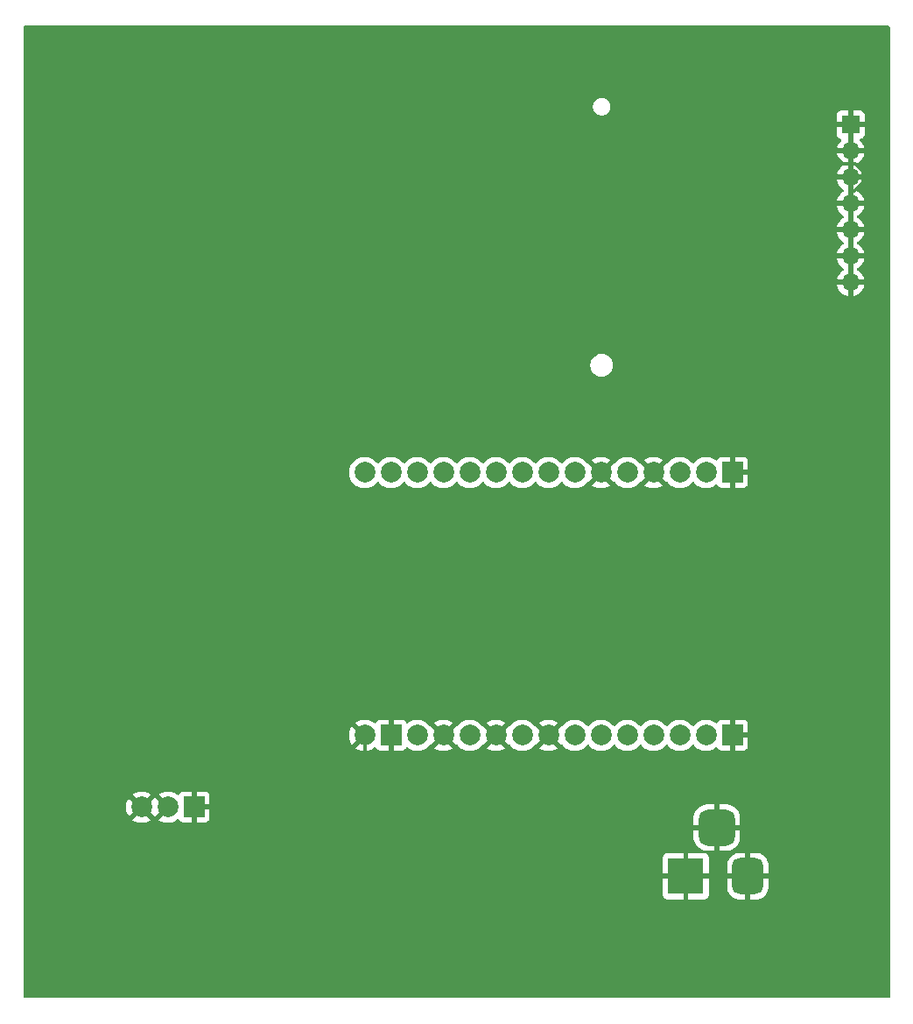
<source format=gbr>
%TF.GenerationSoftware,KiCad,Pcbnew,9.0.0-9.0.0-2~ubuntu24.04.1*%
%TF.CreationDate,2025-04-06T07:01:26+03:00*%
%TF.ProjectId,InterfaceBoard_Gateway,496e7465-7266-4616-9365-426f6172645f,rev?*%
%TF.SameCoordinates,Original*%
%TF.FileFunction,Copper,L2,Bot*%
%TF.FilePolarity,Positive*%
%FSLAX46Y46*%
G04 Gerber Fmt 4.6, Leading zero omitted, Abs format (unit mm)*
G04 Created by KiCad (PCBNEW 9.0.0-9.0.0-2~ubuntu24.04.1) date 2025-04-06 07:01:26*
%MOMM*%
%LPD*%
G01*
G04 APERTURE LIST*
G04 Aperture macros list*
%AMRoundRect*
0 Rectangle with rounded corners*
0 $1 Rounding radius*
0 $2 $3 $4 $5 $6 $7 $8 $9 X,Y pos of 4 corners*
0 Add a 4 corners polygon primitive as box body*
4,1,4,$2,$3,$4,$5,$6,$7,$8,$9,$2,$3,0*
0 Add four circle primitives for the rounded corners*
1,1,$1+$1,$2,$3*
1,1,$1+$1,$4,$5*
1,1,$1+$1,$6,$7*
1,1,$1+$1,$8,$9*
0 Add four rect primitives between the rounded corners*
20,1,$1+$1,$2,$3,$4,$5,0*
20,1,$1+$1,$4,$5,$6,$7,0*
20,1,$1+$1,$6,$7,$8,$9,0*
20,1,$1+$1,$8,$9,$2,$3,0*%
G04 Aperture macros list end*
%TA.AperFunction,ComponentPad*%
%ADD10R,1.700000X1.700000*%
%TD*%
%TA.AperFunction,ComponentPad*%
%ADD11O,1.700000X1.700000*%
%TD*%
%TA.AperFunction,ComponentPad*%
%ADD12R,3.500000X3.500000*%
%TD*%
%TA.AperFunction,ComponentPad*%
%ADD13RoundRect,0.750000X0.750000X1.000000X-0.750000X1.000000X-0.750000X-1.000000X0.750000X-1.000000X0*%
%TD*%
%TA.AperFunction,ComponentPad*%
%ADD14RoundRect,0.875000X0.875000X0.875000X-0.875000X0.875000X-0.875000X-0.875000X0.875000X-0.875000X0*%
%TD*%
%TA.AperFunction,ComponentPad*%
%ADD15C,2.000000*%
%TD*%
%TA.AperFunction,ComponentPad*%
%ADD16R,2.000000X2.000000*%
%TD*%
%TA.AperFunction,ViaPad*%
%ADD17C,0.800000*%
%TD*%
%TA.AperFunction,ViaPad*%
%ADD18C,5.000000*%
%TD*%
%TA.AperFunction,Conductor*%
%ADD19C,0.300000*%
%TD*%
G04 APERTURE END LIST*
D10*
%TO.P,extPorts,1*%
%TO.N,GND*%
X186700000Y-75600000D03*
D11*
%TO.P,extPorts,2*%
X186700000Y-78140000D03*
%TO.P,extPorts,3*%
X186700000Y-80680000D03*
%TO.P,extPorts,4*%
X186700000Y-83220000D03*
%TO.P,extPorts,5*%
X186700000Y-85760000D03*
%TO.P,extPorts,6*%
X186700000Y-88300000D03*
%TO.P,extPorts,7*%
X186700000Y-90840000D03*
%TD*%
D12*
%TO.P,BarrelJack_Horizontal,1*%
%TO.N,GND*%
X170760000Y-148240000D03*
D13*
%TO.P,BarrelJack_Horizontal,2*%
X176760000Y-148240000D03*
D14*
%TO.P,BarrelJack_Horizontal,3*%
X173760000Y-143540000D03*
%TD*%
D15*
%TO.P,ESP32C6,0*%
%TO.N,DI4*%
X157480000Y-109220000D03*
%TO.P,ESP32C6,1*%
%TO.N,DI3*%
X154940000Y-109220000D03*
%TO.P,ESP32C6,2*%
%TO.N,N/C*%
X172720000Y-134620000D03*
%TO.P,ESP32C6,3*%
X170180000Y-134620000D03*
%TO.P,ESP32C6,3V3*%
%TO.N,3V3_2*%
X172720000Y-109220000D03*
%TO.P,ESP32C6,4*%
%TO.N,GND*%
X167640000Y-109220000D03*
%TO.P,ESP32C6,5*%
%TO.N,N/C*%
X165100000Y-109220000D03*
%TO.P,ESP32C6,5V*%
%TO.N,5V_2*%
X139700000Y-109220000D03*
%TO.N,GND*%
X139700000Y-134620000D03*
%TO.P,ESP32C6,6*%
X162560000Y-109220000D03*
%TO.P,ESP32C6,7*%
%TO.N,N/C*%
X160020000Y-109220000D03*
%TO.P,ESP32C6,8*%
%TO.N,DI2*%
X152400000Y-109220000D03*
%TO.P,ESP32C6,9*%
%TO.N,N/C*%
X144780000Y-134620000D03*
%TO.P,ESP32C6,10*%
%TO.N,DI1*%
X149860000Y-109220000D03*
%TO.P,ESP32C6,11*%
%TO.N,DI0*%
X147320000Y-109220000D03*
%TO.P,ESP32C6,12*%
%TO.N,N/C*%
X144780000Y-109220000D03*
%TO.P,ESP32C6,13*%
X142240000Y-109220000D03*
%TO.P,ESP32C6,15*%
X162560000Y-134620000D03*
%TO.P,ESP32C6,18*%
%TO.N,GND*%
X147320000Y-134620000D03*
%TO.P,ESP32C6,19*%
%TO.N,N/C*%
X149860000Y-134620000D03*
%TO.P,ESP32C6,20*%
%TO.N,GND*%
X152400000Y-134620000D03*
%TO.P,ESP32C6,21*%
%TO.N,N/C*%
X154940000Y-134620000D03*
%TO.P,ESP32C6,22*%
%TO.N,GND*%
X157480000Y-134620000D03*
%TO.P,ESP32C6,23*%
%TO.N,N/C*%
X160020000Y-134620000D03*
D16*
%TO.P,ESP32C6,GND*%
%TO.N,GND*%
X142240000Y-134620000D03*
X175260000Y-109220000D03*
X175260000Y-134620000D03*
D15*
%TO.P,ESP32C6,RST*%
%TO.N,N/C*%
X170180000Y-109220000D03*
%TO.P,ESP32C6,RX*%
X165100000Y-134620000D03*
%TO.P,ESP32C6,TX*%
X167640000Y-134620000D03*
%TD*%
D16*
%TO.P,REGULATOR5V,1*%
%TO.N,GND*%
X123200000Y-141560000D03*
D15*
%TO.P,REGULATOR5V,2*%
X120660000Y-141560000D03*
%TO.P,REGULATOR5V,3*%
X118120000Y-141560000D03*
%TD*%
D17*
%TO.N,GND*%
X170180000Y-114300000D03*
X160136200Y-88104800D03*
X134620000Y-111760000D03*
X134620000Y-132080000D03*
X154940000Y-119380000D03*
X111760000Y-124460000D03*
X154940000Y-104140000D03*
X171417000Y-75961300D03*
X154940000Y-83820000D03*
X121920000Y-83820000D03*
X170180000Y-127000000D03*
X178561800Y-131928000D03*
X182880000Y-121920000D03*
X134620000Y-83820000D03*
X123136000Y-101195200D03*
X109220000Y-83820000D03*
X144780000Y-83820000D03*
X176522800Y-95582700D03*
X172351900Y-78582800D03*
X168344700Y-77360000D03*
X179476500Y-89923000D03*
X169614500Y-76293000D03*
X134620000Y-104140000D03*
X109220000Y-142240000D03*
X154940000Y-149860000D03*
D18*
X114300000Y-99060000D03*
D17*
X158767900Y-143452800D03*
D18*
X114300000Y-73660000D03*
D17*
X134620000Y-149860000D03*
X169075400Y-79614700D03*
X111760000Y-109220000D03*
%TD*%
D19*
%TO.N,GND*%
X186700000Y-88300000D02*
X185498300Y-88300000D01*
X155092000Y-131928000D02*
X178561800Y-131928000D01*
X152400000Y-134620000D02*
X155092000Y-131928000D01*
X186700000Y-82018300D02*
X187075500Y-82018300D01*
X158767900Y-143452800D02*
X152446300Y-137131200D01*
X185998500Y-79410000D02*
X183426500Y-76838000D01*
X172351900Y-78582800D02*
X170107300Y-78582800D01*
X174135100Y-85760000D02*
X168323600Y-79948500D01*
X183401100Y-78582800D02*
X172351900Y-78582800D01*
X171417000Y-75961300D02*
X183319600Y-75961300D01*
X170910300Y-101195200D02*
X176522800Y-95582700D01*
X139700000Y-137131200D02*
X128980500Y-137131200D01*
X187147000Y-79410000D02*
X185998500Y-79410000D01*
X160136200Y-88104800D02*
X185303100Y-88104800D01*
X186700000Y-78140000D02*
X185498300Y-78140000D01*
X187917500Y-81176300D02*
X187917500Y-80180500D01*
X152446300Y-137131200D02*
X139700000Y-137131200D01*
X186700000Y-85760000D02*
X174135100Y-85760000D01*
X187075500Y-82018300D02*
X187917500Y-81176300D01*
X128980500Y-137131200D02*
X124551700Y-141560000D01*
X187917500Y-80180500D02*
X187147000Y-79410000D01*
X168323600Y-77381100D02*
X168344700Y-77360000D01*
X170159500Y-76838000D02*
X169614500Y-76293000D01*
X183319600Y-75961300D02*
X185498300Y-78140000D01*
X183426500Y-76838000D02*
X170159500Y-76838000D01*
X184581300Y-89923000D02*
X185498300Y-90840000D01*
X168323600Y-79948500D02*
X168323600Y-77381100D01*
X186700000Y-90840000D02*
X185498300Y-90840000D01*
X179476500Y-89923000D02*
X184581300Y-89923000D01*
X123136000Y-101195200D02*
X170910300Y-101195200D01*
X185498300Y-80680000D02*
X183401100Y-78582800D01*
X186700000Y-80680000D02*
X185498300Y-80680000D01*
X186700000Y-83220000D02*
X186700000Y-82018300D01*
X170107300Y-78582800D02*
X169075400Y-79614700D01*
X139700000Y-137131200D02*
X139700000Y-134620000D01*
X123200000Y-141560000D02*
X124551700Y-141560000D01*
X185303100Y-88104800D02*
X185498300Y-88300000D01*
%TD*%
%TA.AperFunction,Conductor*%
%TO.N,GND*%
G36*
X186950000Y-90406988D02*
G01*
X186892993Y-90374075D01*
X186765826Y-90340000D01*
X186634174Y-90340000D01*
X186507007Y-90374075D01*
X186450000Y-90406988D01*
X186450000Y-88733012D01*
X186507007Y-88765925D01*
X186634174Y-88800000D01*
X186765826Y-88800000D01*
X186892993Y-88765925D01*
X186950000Y-88733012D01*
X186950000Y-90406988D01*
G37*
%TD.AperFunction*%
%TA.AperFunction,Conductor*%
G36*
X186950000Y-87866988D02*
G01*
X186892993Y-87834075D01*
X186765826Y-87800000D01*
X186634174Y-87800000D01*
X186507007Y-87834075D01*
X186450000Y-87866988D01*
X186450000Y-86193012D01*
X186507007Y-86225925D01*
X186634174Y-86260000D01*
X186765826Y-86260000D01*
X186892993Y-86225925D01*
X186950000Y-86193012D01*
X186950000Y-87866988D01*
G37*
%TD.AperFunction*%
%TA.AperFunction,Conductor*%
G36*
X186950000Y-85326988D02*
G01*
X186892993Y-85294075D01*
X186765826Y-85260000D01*
X186634174Y-85260000D01*
X186507007Y-85294075D01*
X186450000Y-85326988D01*
X186450000Y-83653012D01*
X186507007Y-83685925D01*
X186634174Y-83720000D01*
X186765826Y-83720000D01*
X186892993Y-83685925D01*
X186950000Y-83653012D01*
X186950000Y-85326988D01*
G37*
%TD.AperFunction*%
%TA.AperFunction,Conductor*%
G36*
X186950000Y-82786988D02*
G01*
X186892993Y-82754075D01*
X186765826Y-82720000D01*
X186634174Y-82720000D01*
X186507007Y-82754075D01*
X186450000Y-82786988D01*
X186450000Y-81113012D01*
X186507007Y-81145925D01*
X186634174Y-81180000D01*
X186765826Y-81180000D01*
X186892993Y-81145925D01*
X186950000Y-81113012D01*
X186950000Y-82786988D01*
G37*
%TD.AperFunction*%
%TA.AperFunction,Conductor*%
G36*
X186950000Y-80246988D02*
G01*
X186892993Y-80214075D01*
X186765826Y-80180000D01*
X186634174Y-80180000D01*
X186507007Y-80214075D01*
X186450000Y-80246988D01*
X186450000Y-78573012D01*
X186507007Y-78605925D01*
X186634174Y-78640000D01*
X186765826Y-78640000D01*
X186892993Y-78605925D01*
X186950000Y-78573012D01*
X186950000Y-80246988D01*
G37*
%TD.AperFunction*%
%TA.AperFunction,Conductor*%
G36*
X186950000Y-77706988D02*
G01*
X186892993Y-77674075D01*
X186765826Y-77640000D01*
X186634174Y-77640000D01*
X186507007Y-77674075D01*
X186450000Y-77706988D01*
X186450000Y-76033012D01*
X186507007Y-76065925D01*
X186634174Y-76100000D01*
X186765826Y-76100000D01*
X186892993Y-76065925D01*
X186950000Y-76033012D01*
X186950000Y-77706988D01*
G37*
%TD.AperFunction*%
%TA.AperFunction,Conductor*%
G36*
X190443039Y-66059685D02*
G01*
X190488794Y-66112489D01*
X190500000Y-66164000D01*
X190500000Y-159896000D01*
X190480315Y-159963039D01*
X190427511Y-160008794D01*
X190376000Y-160020000D01*
X106804000Y-160020000D01*
X106736961Y-160000315D01*
X106691206Y-159947511D01*
X106680000Y-159896000D01*
X106680000Y-146442155D01*
X168510000Y-146442155D01*
X168510000Y-147990000D01*
X170260000Y-147990000D01*
X170260000Y-148490000D01*
X168510000Y-148490000D01*
X168510000Y-150037844D01*
X168516401Y-150097372D01*
X168516403Y-150097379D01*
X168566645Y-150232086D01*
X168566649Y-150232093D01*
X168652809Y-150347187D01*
X168652812Y-150347190D01*
X168767906Y-150433350D01*
X168767913Y-150433354D01*
X168902620Y-150483596D01*
X168902627Y-150483598D01*
X168962155Y-150489999D01*
X168962172Y-150490000D01*
X170510000Y-150490000D01*
X170510000Y-149673012D01*
X170567007Y-149705925D01*
X170694174Y-149740000D01*
X170825826Y-149740000D01*
X170952993Y-149705925D01*
X171010000Y-149673012D01*
X171010000Y-150490000D01*
X172557828Y-150490000D01*
X172557844Y-150489999D01*
X172617372Y-150483598D01*
X172617379Y-150483596D01*
X172752086Y-150433354D01*
X172752093Y-150433350D01*
X172867187Y-150347190D01*
X172867190Y-150347187D01*
X172953350Y-150232093D01*
X172953354Y-150232086D01*
X173003596Y-150097379D01*
X173003598Y-150097372D01*
X173009999Y-150037844D01*
X173010000Y-150037827D01*
X173010000Y-148490000D01*
X171260000Y-148490000D01*
X171260000Y-147990000D01*
X173010000Y-147990000D01*
X173010000Y-147175803D01*
X174760000Y-147175803D01*
X174760000Y-147990000D01*
X176260000Y-147990000D01*
X176260000Y-148490000D01*
X174760001Y-148490000D01*
X174760001Y-149304197D01*
X174770400Y-149436332D01*
X174825377Y-149654519D01*
X174918428Y-149859374D01*
X174918431Y-149859380D01*
X175046559Y-150044323D01*
X175046569Y-150044335D01*
X175205664Y-150203430D01*
X175205676Y-150203440D01*
X175390619Y-150331568D01*
X175390625Y-150331571D01*
X175595480Y-150424622D01*
X175813667Y-150479599D01*
X175945810Y-150489999D01*
X176509999Y-150489999D01*
X176510000Y-150489998D01*
X176510000Y-149673012D01*
X176567007Y-149705925D01*
X176694174Y-149740000D01*
X176825826Y-149740000D01*
X176952993Y-149705925D01*
X177010000Y-149673012D01*
X177010000Y-150489999D01*
X177574182Y-150489999D01*
X177574197Y-150489998D01*
X177706332Y-150479599D01*
X177924519Y-150424622D01*
X178129374Y-150331571D01*
X178129380Y-150331568D01*
X178314323Y-150203440D01*
X178314335Y-150203430D01*
X178473430Y-150044335D01*
X178473440Y-150044323D01*
X178601568Y-149859380D01*
X178601571Y-149859374D01*
X178694622Y-149654519D01*
X178749599Y-149436332D01*
X178759999Y-149304196D01*
X178760000Y-149304184D01*
X178760000Y-148490000D01*
X177260000Y-148490000D01*
X177260000Y-147990000D01*
X178759999Y-147990000D01*
X178759999Y-147175817D01*
X178759998Y-147175802D01*
X178749599Y-147043667D01*
X178694622Y-146825480D01*
X178601571Y-146620625D01*
X178601568Y-146620619D01*
X178473440Y-146435676D01*
X178473430Y-146435664D01*
X178314335Y-146276569D01*
X178314323Y-146276559D01*
X178129380Y-146148431D01*
X178129374Y-146148428D01*
X177924519Y-146055377D01*
X177706332Y-146000400D01*
X177574196Y-145990000D01*
X177010000Y-145990000D01*
X177010000Y-146806988D01*
X176952993Y-146774075D01*
X176825826Y-146740000D01*
X176694174Y-146740000D01*
X176567007Y-146774075D01*
X176510000Y-146806988D01*
X176510000Y-145990000D01*
X175945817Y-145990000D01*
X175945802Y-145990001D01*
X175813667Y-146000400D01*
X175595480Y-146055377D01*
X175390625Y-146148428D01*
X175390619Y-146148431D01*
X175205676Y-146276559D01*
X175205664Y-146276569D01*
X175046569Y-146435664D01*
X175046559Y-146435676D01*
X174918431Y-146620619D01*
X174918428Y-146620625D01*
X174825377Y-146825480D01*
X174770400Y-147043667D01*
X174760000Y-147175803D01*
X173010000Y-147175803D01*
X173010000Y-146442172D01*
X173009999Y-146442155D01*
X173003598Y-146382627D01*
X173003596Y-146382620D01*
X172953354Y-146247913D01*
X172953350Y-146247906D01*
X172867190Y-146132812D01*
X172867187Y-146132809D01*
X172752093Y-146046649D01*
X172752087Y-146046646D01*
X172701825Y-146027899D01*
X172645891Y-145986027D01*
X172621475Y-145920562D01*
X172636327Y-145852289D01*
X172685733Y-145802884D01*
X172751740Y-145787892D01*
X172791404Y-145789999D01*
X173509999Y-145789999D01*
X173510000Y-145789998D01*
X173510000Y-144040000D01*
X174010000Y-144040000D01*
X174010000Y-145789999D01*
X174728576Y-145789999D01*
X174728588Y-145789998D01*
X174781191Y-145787205D01*
X175010987Y-145742762D01*
X175229975Y-145660120D01*
X175431841Y-145541660D01*
X175431848Y-145541655D01*
X175610786Y-145390788D01*
X175610788Y-145390786D01*
X175761655Y-145211848D01*
X175761660Y-145211841D01*
X175880120Y-145009975D01*
X175962762Y-144790987D01*
X176007205Y-144561191D01*
X176007205Y-144561190D01*
X176009998Y-144508617D01*
X176010000Y-144508578D01*
X176010000Y-143790000D01*
X175193012Y-143790000D01*
X175225925Y-143732993D01*
X175260000Y-143605826D01*
X175260000Y-143474174D01*
X175225925Y-143347007D01*
X175193012Y-143290000D01*
X176009999Y-143290000D01*
X176009999Y-142571423D01*
X176009998Y-142571411D01*
X176007205Y-142518808D01*
X175962762Y-142289012D01*
X175880120Y-142070024D01*
X175761660Y-141868158D01*
X175761655Y-141868151D01*
X175610788Y-141689213D01*
X175610786Y-141689211D01*
X175431848Y-141538344D01*
X175431841Y-141538339D01*
X175229975Y-141419879D01*
X175010987Y-141337237D01*
X174781190Y-141292794D01*
X174728617Y-141290001D01*
X174728579Y-141290000D01*
X174010000Y-141290000D01*
X174010000Y-143040000D01*
X173510000Y-143040000D01*
X173510000Y-141290000D01*
X172791423Y-141290000D01*
X172791411Y-141290001D01*
X172738808Y-141292794D01*
X172509012Y-141337237D01*
X172290024Y-141419879D01*
X172088158Y-141538339D01*
X172088151Y-141538344D01*
X171909213Y-141689211D01*
X171909211Y-141689213D01*
X171758344Y-141868151D01*
X171758339Y-141868158D01*
X171639879Y-142070024D01*
X171557237Y-142289012D01*
X171512794Y-142518808D01*
X171512794Y-142518809D01*
X171510001Y-142571382D01*
X171510000Y-142571421D01*
X171510000Y-143290000D01*
X172326988Y-143290000D01*
X172294075Y-143347007D01*
X172260000Y-143474174D01*
X172260000Y-143605826D01*
X172294075Y-143732993D01*
X172326988Y-143790000D01*
X171510001Y-143790000D01*
X171510001Y-144508588D01*
X171512794Y-144561191D01*
X171557237Y-144790987D01*
X171639879Y-145009975D01*
X171758339Y-145211841D01*
X171758344Y-145211848D01*
X171909211Y-145390786D01*
X171909213Y-145390788D01*
X172088151Y-145541655D01*
X172088158Y-145541660D01*
X172290024Y-145660120D01*
X172509012Y-145742762D01*
X172516735Y-145744256D01*
X172578817Y-145776313D01*
X172613713Y-145836844D01*
X172610343Y-145906633D01*
X172569777Y-145963520D01*
X172504896Y-145989446D01*
X172493189Y-145990000D01*
X171010000Y-145990000D01*
X171010000Y-146806988D01*
X170952993Y-146774075D01*
X170825826Y-146740000D01*
X170694174Y-146740000D01*
X170567007Y-146774075D01*
X170510000Y-146806988D01*
X170510000Y-145990000D01*
X168962155Y-145990000D01*
X168902627Y-145996401D01*
X168902620Y-145996403D01*
X168767913Y-146046645D01*
X168767906Y-146046649D01*
X168652812Y-146132809D01*
X168652809Y-146132812D01*
X168566649Y-146247906D01*
X168566645Y-146247913D01*
X168516403Y-146382620D01*
X168516401Y-146382627D01*
X168510000Y-146442155D01*
X106680000Y-146442155D01*
X106680000Y-142782658D01*
X117250893Y-142782658D01*
X117333828Y-142842914D01*
X117544197Y-142950102D01*
X117768752Y-143023065D01*
X117768751Y-143023065D01*
X118001948Y-143060000D01*
X118238052Y-143060000D01*
X118471247Y-143023065D01*
X118695802Y-142950102D01*
X118906163Y-142842918D01*
X118906169Y-142842914D01*
X118989104Y-142782658D01*
X118989105Y-142782658D01*
X119790893Y-142782658D01*
X119873828Y-142842914D01*
X120084197Y-142950102D01*
X120308752Y-143023065D01*
X120308751Y-143023065D01*
X120541948Y-143060000D01*
X120778052Y-143060000D01*
X121011247Y-143023065D01*
X121235802Y-142950102D01*
X121446171Y-142842914D01*
X121570396Y-142752659D01*
X121636202Y-142729179D01*
X121704256Y-142745004D01*
X121752246Y-142794385D01*
X121752396Y-142794304D01*
X121752688Y-142794840D01*
X121752951Y-142795110D01*
X121753478Y-142796286D01*
X121756649Y-142802093D01*
X121842809Y-142917187D01*
X121842812Y-142917190D01*
X121957906Y-143003350D01*
X121957913Y-143003354D01*
X122092620Y-143053596D01*
X122092627Y-143053598D01*
X122152155Y-143059999D01*
X122152172Y-143060000D01*
X122950000Y-143060000D01*
X123450000Y-143060000D01*
X124247828Y-143060000D01*
X124247844Y-143059999D01*
X124307372Y-143053598D01*
X124307379Y-143053596D01*
X124442086Y-143003354D01*
X124442093Y-143003350D01*
X124557187Y-142917190D01*
X124557190Y-142917187D01*
X124643350Y-142802093D01*
X124643354Y-142802086D01*
X124693596Y-142667379D01*
X124693598Y-142667372D01*
X124699999Y-142607844D01*
X124700000Y-142607827D01*
X124700000Y-141810000D01*
X123450000Y-141810000D01*
X123450000Y-143060000D01*
X122950000Y-143060000D01*
X122950000Y-141804975D01*
X122985095Y-141840070D01*
X123064905Y-141886148D01*
X123153922Y-141910000D01*
X123246078Y-141910000D01*
X123335095Y-141886148D01*
X123414905Y-141840070D01*
X123480070Y-141774905D01*
X123526148Y-141695095D01*
X123550000Y-141606078D01*
X123550000Y-141513922D01*
X123526148Y-141424905D01*
X123480070Y-141345095D01*
X123444975Y-141310000D01*
X123450000Y-141310000D01*
X124700000Y-141310000D01*
X124700000Y-140512172D01*
X124699999Y-140512155D01*
X124693598Y-140452627D01*
X124693596Y-140452620D01*
X124643354Y-140317913D01*
X124643350Y-140317906D01*
X124557190Y-140202812D01*
X124557187Y-140202809D01*
X124442093Y-140116649D01*
X124442086Y-140116645D01*
X124307379Y-140066403D01*
X124307372Y-140066401D01*
X124247844Y-140060000D01*
X123450000Y-140060000D01*
X123450000Y-141310000D01*
X123444975Y-141310000D01*
X123414905Y-141279930D01*
X123335095Y-141233852D01*
X123246078Y-141210000D01*
X123153922Y-141210000D01*
X123064905Y-141233852D01*
X122985095Y-141279930D01*
X122950000Y-141315025D01*
X122950000Y-140060000D01*
X122152155Y-140060000D01*
X122092627Y-140066401D01*
X122092620Y-140066403D01*
X121957913Y-140116645D01*
X121957906Y-140116649D01*
X121842812Y-140202809D01*
X121842809Y-140202812D01*
X121756649Y-140317906D01*
X121752396Y-140325696D01*
X121749275Y-140323992D01*
X121717503Y-140366356D01*
X121652017Y-140390714D01*
X121583757Y-140375801D01*
X121570397Y-140367340D01*
X121446174Y-140277087D01*
X121235802Y-140169897D01*
X121011247Y-140096934D01*
X121011248Y-140096934D01*
X120778052Y-140060000D01*
X120541948Y-140060000D01*
X120308752Y-140096934D01*
X120084197Y-140169897D01*
X119873830Y-140277084D01*
X119790894Y-140337340D01*
X120663554Y-141210000D01*
X120613922Y-141210000D01*
X120524905Y-141233852D01*
X120445095Y-141279930D01*
X120379930Y-141345095D01*
X120333852Y-141424905D01*
X120310000Y-141513922D01*
X120310000Y-141606078D01*
X120333852Y-141695095D01*
X120379930Y-141774905D01*
X120445095Y-141840070D01*
X120524905Y-141886148D01*
X120613922Y-141910000D01*
X120663552Y-141910000D01*
X119790893Y-142782658D01*
X118989105Y-142782658D01*
X118120000Y-141913554D01*
X117250893Y-142782658D01*
X106680000Y-142782658D01*
X106680000Y-141441947D01*
X116620000Y-141441947D01*
X116620000Y-141678052D01*
X116656934Y-141911247D01*
X116729897Y-142135802D01*
X116837087Y-142346174D01*
X116897338Y-142429104D01*
X116897340Y-142429105D01*
X117766446Y-141560000D01*
X117720368Y-141513922D01*
X117770000Y-141513922D01*
X117770000Y-141606078D01*
X117793852Y-141695095D01*
X117839930Y-141774905D01*
X117905095Y-141840070D01*
X117984905Y-141886148D01*
X118073922Y-141910000D01*
X118166078Y-141910000D01*
X118255095Y-141886148D01*
X118334905Y-141840070D01*
X118400070Y-141774905D01*
X118446148Y-141695095D01*
X118470000Y-141606078D01*
X118470000Y-141559999D01*
X118473554Y-141559999D01*
X118473554Y-141560001D01*
X119342657Y-142429104D01*
X119380275Y-142426144D01*
X119399735Y-142426144D01*
X119437340Y-142429104D01*
X120306446Y-141560000D01*
X119437340Y-140690894D01*
X119399733Y-140693854D01*
X119380276Y-140693854D01*
X119342658Y-140690893D01*
X118473554Y-141559999D01*
X118470000Y-141559999D01*
X118470000Y-141513922D01*
X118446148Y-141424905D01*
X118400070Y-141345095D01*
X118334905Y-141279930D01*
X118255095Y-141233852D01*
X118166078Y-141210000D01*
X118073922Y-141210000D01*
X117984905Y-141233852D01*
X117905095Y-141279930D01*
X117839930Y-141345095D01*
X117793852Y-141424905D01*
X117770000Y-141513922D01*
X117720368Y-141513922D01*
X116897340Y-140690894D01*
X116837084Y-140773830D01*
X116729897Y-140984197D01*
X116656934Y-141208752D01*
X116620000Y-141441947D01*
X106680000Y-141441947D01*
X106680000Y-140337340D01*
X117250894Y-140337340D01*
X118120000Y-141206446D01*
X118120001Y-141206446D01*
X118989105Y-140337340D01*
X118989104Y-140337339D01*
X118906174Y-140277087D01*
X118695802Y-140169897D01*
X118471247Y-140096934D01*
X118471248Y-140096934D01*
X118238052Y-140060000D01*
X118001948Y-140060000D01*
X117768752Y-140096934D01*
X117544197Y-140169897D01*
X117333830Y-140277084D01*
X117250894Y-140337340D01*
X106680000Y-140337340D01*
X106680000Y-134501947D01*
X138200000Y-134501947D01*
X138200000Y-134738052D01*
X138236934Y-134971247D01*
X138309897Y-135195802D01*
X138417087Y-135406174D01*
X138477338Y-135489104D01*
X138477340Y-135489105D01*
X139217037Y-134749408D01*
X139234075Y-134812993D01*
X139299901Y-134927007D01*
X139392993Y-135020099D01*
X139507007Y-135085925D01*
X139570589Y-135102962D01*
X138830893Y-135842658D01*
X138913828Y-135902914D01*
X139124197Y-136010102D01*
X139348752Y-136083065D01*
X139348751Y-136083065D01*
X139581948Y-136120000D01*
X139818052Y-136120000D01*
X140051247Y-136083065D01*
X140275802Y-136010102D01*
X140486171Y-135902914D01*
X140610396Y-135812659D01*
X140676202Y-135789179D01*
X140744256Y-135805004D01*
X140792246Y-135854385D01*
X140792396Y-135854304D01*
X140792688Y-135854840D01*
X140792951Y-135855110D01*
X140793478Y-135856286D01*
X140796649Y-135862093D01*
X140882809Y-135977187D01*
X140882812Y-135977190D01*
X140997906Y-136063350D01*
X140997913Y-136063354D01*
X141132620Y-136113596D01*
X141132627Y-136113598D01*
X141192155Y-136119999D01*
X141192172Y-136120000D01*
X141990000Y-136120000D01*
X141990000Y-135053012D01*
X142047007Y-135085925D01*
X142174174Y-135120000D01*
X142305826Y-135120000D01*
X142432993Y-135085925D01*
X142490000Y-135053012D01*
X142490000Y-136120000D01*
X143287828Y-136120000D01*
X143287844Y-136119999D01*
X143347372Y-136113598D01*
X143347379Y-136113596D01*
X143482086Y-136063354D01*
X143482093Y-136063350D01*
X143597187Y-135977190D01*
X143597190Y-135977187D01*
X143683350Y-135862093D01*
X143687604Y-135854304D01*
X143690883Y-135856094D01*
X143722118Y-135814276D01*
X143787556Y-135789789D01*
X143855845Y-135804566D01*
X143869410Y-135813137D01*
X143993567Y-135903343D01*
X144092991Y-135954002D01*
X144204003Y-136010566D01*
X144204005Y-136010566D01*
X144204008Y-136010568D01*
X144324412Y-136049689D01*
X144428631Y-136083553D01*
X144661903Y-136120500D01*
X144661908Y-136120500D01*
X144898097Y-136120500D01*
X145131368Y-136083553D01*
X145132870Y-136083065D01*
X145355992Y-136010568D01*
X145566433Y-135903343D01*
X145757510Y-135764517D01*
X145924517Y-135597510D01*
X145971370Y-135533022D01*
X145975713Y-135528199D01*
X146000150Y-135513142D01*
X146022877Y-135495618D01*
X146030393Y-135494509D01*
X146035199Y-135491549D01*
X146048730Y-135491806D01*
X146077594Y-135487551D01*
X146097340Y-135489105D01*
X146837037Y-134749408D01*
X146854075Y-134812993D01*
X146919901Y-134927007D01*
X147012993Y-135020099D01*
X147127007Y-135085925D01*
X147190590Y-135102962D01*
X146450893Y-135842658D01*
X146533828Y-135902914D01*
X146744197Y-136010102D01*
X146968752Y-136083065D01*
X146968751Y-136083065D01*
X147201948Y-136120000D01*
X147438052Y-136120000D01*
X147671247Y-136083065D01*
X147895802Y-136010102D01*
X148106163Y-135902918D01*
X148106169Y-135902914D01*
X148189104Y-135842658D01*
X148189105Y-135842658D01*
X147449408Y-135102962D01*
X147512993Y-135085925D01*
X147627007Y-135020099D01*
X147720099Y-134927007D01*
X147785925Y-134812993D01*
X147802962Y-134749409D01*
X148542657Y-135489104D01*
X148562404Y-135487550D01*
X148630781Y-135501914D01*
X148672451Y-135538282D01*
X148715483Y-135597510D01*
X148882490Y-135764517D01*
X149073567Y-135903343D01*
X149172991Y-135954002D01*
X149284003Y-136010566D01*
X149284005Y-136010566D01*
X149284008Y-136010568D01*
X149404412Y-136049689D01*
X149508631Y-136083553D01*
X149741903Y-136120500D01*
X149741908Y-136120500D01*
X149978097Y-136120500D01*
X150211368Y-136083553D01*
X150212870Y-136083065D01*
X150435992Y-136010568D01*
X150646433Y-135903343D01*
X150837510Y-135764517D01*
X151004517Y-135597510D01*
X151051370Y-135533022D01*
X151055713Y-135528199D01*
X151080150Y-135513142D01*
X151102877Y-135495618D01*
X151110393Y-135494509D01*
X151115199Y-135491549D01*
X151128730Y-135491806D01*
X151157594Y-135487551D01*
X151177340Y-135489105D01*
X151917037Y-134749408D01*
X151934075Y-134812993D01*
X151999901Y-134927007D01*
X152092993Y-135020099D01*
X152207007Y-135085925D01*
X152270590Y-135102962D01*
X151530893Y-135842658D01*
X151613828Y-135902914D01*
X151824197Y-136010102D01*
X152048752Y-136083065D01*
X152048751Y-136083065D01*
X152281948Y-136120000D01*
X152518052Y-136120000D01*
X152751247Y-136083065D01*
X152975802Y-136010102D01*
X153186163Y-135902918D01*
X153186169Y-135902914D01*
X153269104Y-135842658D01*
X153269105Y-135842658D01*
X152529408Y-135102962D01*
X152592993Y-135085925D01*
X152707007Y-135020099D01*
X152800099Y-134927007D01*
X152865925Y-134812993D01*
X152882962Y-134749409D01*
X153622657Y-135489104D01*
X153642404Y-135487550D01*
X153710781Y-135501914D01*
X153752451Y-135538282D01*
X153795483Y-135597510D01*
X153962490Y-135764517D01*
X154153567Y-135903343D01*
X154252991Y-135954002D01*
X154364003Y-136010566D01*
X154364005Y-136010566D01*
X154364008Y-136010568D01*
X154484412Y-136049689D01*
X154588631Y-136083553D01*
X154821903Y-136120500D01*
X154821908Y-136120500D01*
X155058097Y-136120500D01*
X155291368Y-136083553D01*
X155292870Y-136083065D01*
X155515992Y-136010568D01*
X155726433Y-135903343D01*
X155917510Y-135764517D01*
X156084517Y-135597510D01*
X156131370Y-135533022D01*
X156135713Y-135528199D01*
X156160150Y-135513142D01*
X156182877Y-135495618D01*
X156190393Y-135494509D01*
X156195199Y-135491549D01*
X156208730Y-135491806D01*
X156237594Y-135487551D01*
X156257340Y-135489105D01*
X156997037Y-134749408D01*
X157014075Y-134812993D01*
X157079901Y-134927007D01*
X157172993Y-135020099D01*
X157287007Y-135085925D01*
X157350590Y-135102962D01*
X156610893Y-135842658D01*
X156693828Y-135902914D01*
X156904197Y-136010102D01*
X157128752Y-136083065D01*
X157128751Y-136083065D01*
X157361948Y-136120000D01*
X157598052Y-136120000D01*
X157831247Y-136083065D01*
X158055802Y-136010102D01*
X158266163Y-135902918D01*
X158266169Y-135902914D01*
X158349104Y-135842658D01*
X158349105Y-135842658D01*
X157609408Y-135102962D01*
X157672993Y-135085925D01*
X157787007Y-135020099D01*
X157880099Y-134927007D01*
X157945925Y-134812993D01*
X157962962Y-134749409D01*
X158702657Y-135489104D01*
X158722404Y-135487550D01*
X158790781Y-135501914D01*
X158832451Y-135538282D01*
X158875483Y-135597510D01*
X159042490Y-135764517D01*
X159233567Y-135903343D01*
X159332991Y-135954002D01*
X159444003Y-136010566D01*
X159444005Y-136010566D01*
X159444008Y-136010568D01*
X159564412Y-136049689D01*
X159668631Y-136083553D01*
X159901903Y-136120500D01*
X159901908Y-136120500D01*
X160138097Y-136120500D01*
X160371368Y-136083553D01*
X160372870Y-136083065D01*
X160595992Y-136010568D01*
X160806433Y-135903343D01*
X160997510Y-135764517D01*
X161164517Y-135597510D01*
X161189682Y-135562872D01*
X161245011Y-135520207D01*
X161314625Y-135514228D01*
X161376420Y-135546833D01*
X161390315Y-135562870D01*
X161415483Y-135597510D01*
X161582490Y-135764517D01*
X161773567Y-135903343D01*
X161872991Y-135954002D01*
X161984003Y-136010566D01*
X161984005Y-136010566D01*
X161984008Y-136010568D01*
X162104412Y-136049689D01*
X162208631Y-136083553D01*
X162441903Y-136120500D01*
X162441908Y-136120500D01*
X162678097Y-136120500D01*
X162911368Y-136083553D01*
X162912870Y-136083065D01*
X163135992Y-136010568D01*
X163346433Y-135903343D01*
X163537510Y-135764517D01*
X163704517Y-135597510D01*
X163729682Y-135562872D01*
X163785011Y-135520207D01*
X163854625Y-135514228D01*
X163916420Y-135546833D01*
X163930315Y-135562870D01*
X163955483Y-135597510D01*
X164122490Y-135764517D01*
X164313567Y-135903343D01*
X164412991Y-135954002D01*
X164524003Y-136010566D01*
X164524005Y-136010566D01*
X164524008Y-136010568D01*
X164644412Y-136049689D01*
X164748631Y-136083553D01*
X164981903Y-136120500D01*
X164981908Y-136120500D01*
X165218097Y-136120500D01*
X165451368Y-136083553D01*
X165452870Y-136083065D01*
X165675992Y-136010568D01*
X165886433Y-135903343D01*
X166077510Y-135764517D01*
X166244517Y-135597510D01*
X166269682Y-135562872D01*
X166325011Y-135520207D01*
X166394625Y-135514228D01*
X166456420Y-135546833D01*
X166470315Y-135562870D01*
X166495483Y-135597510D01*
X166662490Y-135764517D01*
X166853567Y-135903343D01*
X166952991Y-135954002D01*
X167064003Y-136010566D01*
X167064005Y-136010566D01*
X167064008Y-136010568D01*
X167184412Y-136049689D01*
X167288631Y-136083553D01*
X167521903Y-136120500D01*
X167521908Y-136120500D01*
X167758097Y-136120500D01*
X167991368Y-136083553D01*
X167992870Y-136083065D01*
X168215992Y-136010568D01*
X168426433Y-135903343D01*
X168617510Y-135764517D01*
X168784517Y-135597510D01*
X168809682Y-135562872D01*
X168865011Y-135520207D01*
X168934625Y-135514228D01*
X168996420Y-135546833D01*
X169010315Y-135562870D01*
X169035483Y-135597510D01*
X169202490Y-135764517D01*
X169393567Y-135903343D01*
X169492991Y-135954002D01*
X169604003Y-136010566D01*
X169604005Y-136010566D01*
X169604008Y-136010568D01*
X169724412Y-136049689D01*
X169828631Y-136083553D01*
X170061903Y-136120500D01*
X170061908Y-136120500D01*
X170298097Y-136120500D01*
X170531368Y-136083553D01*
X170532870Y-136083065D01*
X170755992Y-136010568D01*
X170966433Y-135903343D01*
X171157510Y-135764517D01*
X171324517Y-135597510D01*
X171349682Y-135562872D01*
X171405011Y-135520207D01*
X171474625Y-135514228D01*
X171536420Y-135546833D01*
X171550315Y-135562870D01*
X171575483Y-135597510D01*
X171742490Y-135764517D01*
X171933567Y-135903343D01*
X172032991Y-135954002D01*
X172144003Y-136010566D01*
X172144005Y-136010566D01*
X172144008Y-136010568D01*
X172264412Y-136049689D01*
X172368631Y-136083553D01*
X172601903Y-136120500D01*
X172601908Y-136120500D01*
X172838097Y-136120500D01*
X173071368Y-136083553D01*
X173072870Y-136083065D01*
X173295992Y-136010568D01*
X173506433Y-135903343D01*
X173630579Y-135813145D01*
X173696383Y-135789665D01*
X173764437Y-135805490D01*
X173812057Y-135854489D01*
X173812396Y-135854304D01*
X173813061Y-135855522D01*
X173813132Y-135855595D01*
X173813276Y-135855916D01*
X173816649Y-135862093D01*
X173902809Y-135977187D01*
X173902812Y-135977190D01*
X174017906Y-136063350D01*
X174017913Y-136063354D01*
X174152620Y-136113596D01*
X174152627Y-136113598D01*
X174212155Y-136119999D01*
X174212172Y-136120000D01*
X175010000Y-136120000D01*
X175010000Y-135053012D01*
X175067007Y-135085925D01*
X175194174Y-135120000D01*
X175325826Y-135120000D01*
X175452993Y-135085925D01*
X175510000Y-135053012D01*
X175510000Y-136120000D01*
X176307828Y-136120000D01*
X176307844Y-136119999D01*
X176367372Y-136113598D01*
X176367379Y-136113596D01*
X176502086Y-136063354D01*
X176502093Y-136063350D01*
X176617187Y-135977190D01*
X176617190Y-135977187D01*
X176703350Y-135862093D01*
X176703354Y-135862086D01*
X176753596Y-135727379D01*
X176753598Y-135727372D01*
X176759999Y-135667844D01*
X176760000Y-135667827D01*
X176760000Y-134870000D01*
X175693012Y-134870000D01*
X175725925Y-134812993D01*
X175760000Y-134685826D01*
X175760000Y-134554174D01*
X175725925Y-134427007D01*
X175693012Y-134370000D01*
X176760000Y-134370000D01*
X176760000Y-133572172D01*
X176759999Y-133572155D01*
X176753598Y-133512627D01*
X176753596Y-133512620D01*
X176703354Y-133377913D01*
X176703350Y-133377906D01*
X176617190Y-133262812D01*
X176617187Y-133262809D01*
X176502093Y-133176649D01*
X176502086Y-133176645D01*
X176367379Y-133126403D01*
X176367372Y-133126401D01*
X176307844Y-133120000D01*
X175510000Y-133120000D01*
X175510000Y-134186988D01*
X175452993Y-134154075D01*
X175325826Y-134120000D01*
X175194174Y-134120000D01*
X175067007Y-134154075D01*
X175010000Y-134186988D01*
X175010000Y-133120000D01*
X174212155Y-133120000D01*
X174152627Y-133126401D01*
X174152620Y-133126403D01*
X174017913Y-133176645D01*
X174017906Y-133176649D01*
X173902812Y-133262809D01*
X173902809Y-133262812D01*
X173816649Y-133377906D01*
X173812396Y-133385696D01*
X173809184Y-133383942D01*
X173777435Y-133426056D01*
X173711888Y-133450249D01*
X173643666Y-133435165D01*
X173630585Y-133426859D01*
X173506433Y-133336657D01*
X173295996Y-133229433D01*
X173071368Y-133156446D01*
X172838097Y-133119500D01*
X172838092Y-133119500D01*
X172601908Y-133119500D01*
X172601903Y-133119500D01*
X172368631Y-133156446D01*
X172144003Y-133229433D01*
X171933566Y-133336657D01*
X171850047Y-133397338D01*
X171742490Y-133475483D01*
X171742488Y-133475485D01*
X171742487Y-133475485D01*
X171575484Y-133642488D01*
X171550318Y-133677127D01*
X171494987Y-133719792D01*
X171425374Y-133725771D01*
X171363579Y-133693165D01*
X171349682Y-133677127D01*
X171324517Y-133642490D01*
X171157510Y-133475483D01*
X170966433Y-133336657D01*
X170755996Y-133229433D01*
X170531368Y-133156446D01*
X170298097Y-133119500D01*
X170298092Y-133119500D01*
X170061908Y-133119500D01*
X170061903Y-133119500D01*
X169828631Y-133156446D01*
X169604003Y-133229433D01*
X169393566Y-133336657D01*
X169310047Y-133397338D01*
X169202490Y-133475483D01*
X169202488Y-133475485D01*
X169202487Y-133475485D01*
X169035484Y-133642488D01*
X169010318Y-133677127D01*
X168954987Y-133719792D01*
X168885374Y-133725771D01*
X168823579Y-133693165D01*
X168809682Y-133677127D01*
X168784517Y-133642490D01*
X168617510Y-133475483D01*
X168426433Y-133336657D01*
X168215996Y-133229433D01*
X167991368Y-133156446D01*
X167758097Y-133119500D01*
X167758092Y-133119500D01*
X167521908Y-133119500D01*
X167521903Y-133119500D01*
X167288631Y-133156446D01*
X167064003Y-133229433D01*
X166853566Y-133336657D01*
X166770047Y-133397338D01*
X166662490Y-133475483D01*
X166662488Y-133475485D01*
X166662487Y-133475485D01*
X166495484Y-133642488D01*
X166470318Y-133677127D01*
X166414987Y-133719792D01*
X166345374Y-133725771D01*
X166283579Y-133693165D01*
X166269682Y-133677127D01*
X166244517Y-133642490D01*
X166077510Y-133475483D01*
X165886433Y-133336657D01*
X165675996Y-133229433D01*
X165451368Y-133156446D01*
X165218097Y-133119500D01*
X165218092Y-133119500D01*
X164981908Y-133119500D01*
X164981903Y-133119500D01*
X164748631Y-133156446D01*
X164524003Y-133229433D01*
X164313566Y-133336657D01*
X164230047Y-133397338D01*
X164122490Y-133475483D01*
X164122488Y-133475485D01*
X164122487Y-133475485D01*
X163955484Y-133642488D01*
X163930318Y-133677127D01*
X163874987Y-133719792D01*
X163805374Y-133725771D01*
X163743579Y-133693165D01*
X163729682Y-133677127D01*
X163704517Y-133642490D01*
X163537510Y-133475483D01*
X163346433Y-133336657D01*
X163135996Y-133229433D01*
X162911368Y-133156446D01*
X162678097Y-133119500D01*
X162678092Y-133119500D01*
X162441908Y-133119500D01*
X162441903Y-133119500D01*
X162208631Y-133156446D01*
X161984003Y-133229433D01*
X161773566Y-133336657D01*
X161690047Y-133397338D01*
X161582490Y-133475483D01*
X161582488Y-133475485D01*
X161582487Y-133475485D01*
X161415484Y-133642488D01*
X161390318Y-133677127D01*
X161334987Y-133719792D01*
X161265374Y-133725771D01*
X161203579Y-133693165D01*
X161189682Y-133677127D01*
X161164517Y-133642490D01*
X160997510Y-133475483D01*
X160806433Y-133336657D01*
X160595996Y-133229433D01*
X160371368Y-133156446D01*
X160138097Y-133119500D01*
X160138092Y-133119500D01*
X159901908Y-133119500D01*
X159901903Y-133119500D01*
X159668631Y-133156446D01*
X159444003Y-133229433D01*
X159233566Y-133336657D01*
X159150047Y-133397338D01*
X159042490Y-133475483D01*
X159042488Y-133475485D01*
X159042487Y-133475485D01*
X158875482Y-133642490D01*
X158832451Y-133701717D01*
X158777120Y-133744382D01*
X158722405Y-133752448D01*
X158702658Y-133750893D01*
X157962962Y-134490590D01*
X157945925Y-134427007D01*
X157880099Y-134312993D01*
X157787007Y-134219901D01*
X157672993Y-134154075D01*
X157609409Y-134137037D01*
X158349105Y-133397340D01*
X158349104Y-133397338D01*
X158266174Y-133337087D01*
X158055802Y-133229897D01*
X157831247Y-133156934D01*
X157831248Y-133156934D01*
X157598052Y-133120000D01*
X157361948Y-133120000D01*
X157128752Y-133156934D01*
X156904197Y-133229897D01*
X156693830Y-133337084D01*
X156610894Y-133397340D01*
X157350591Y-134137037D01*
X157287007Y-134154075D01*
X157172993Y-134219901D01*
X157079901Y-134312993D01*
X157014075Y-134427007D01*
X156997037Y-134490590D01*
X156257340Y-133750893D01*
X156237593Y-133752448D01*
X156233860Y-133751663D01*
X156230222Y-133752808D01*
X156199936Y-133744537D01*
X156169215Y-133738084D01*
X156165429Y-133735114D01*
X156162821Y-133734402D01*
X156153431Y-133725701D01*
X156135712Y-133711800D01*
X156131370Y-133706978D01*
X156084517Y-133642490D01*
X155917510Y-133475483D01*
X155726433Y-133336657D01*
X155515996Y-133229433D01*
X155291368Y-133156446D01*
X155058097Y-133119500D01*
X155058092Y-133119500D01*
X154821908Y-133119500D01*
X154821903Y-133119500D01*
X154588631Y-133156446D01*
X154364003Y-133229433D01*
X154153566Y-133336657D01*
X154070047Y-133397338D01*
X153962490Y-133475483D01*
X153962488Y-133475485D01*
X153962487Y-133475485D01*
X153795482Y-133642490D01*
X153752451Y-133701717D01*
X153697120Y-133744382D01*
X153642405Y-133752448D01*
X153622658Y-133750893D01*
X152882962Y-134490590D01*
X152865925Y-134427007D01*
X152800099Y-134312993D01*
X152707007Y-134219901D01*
X152592993Y-134154075D01*
X152529409Y-134137037D01*
X153269105Y-133397340D01*
X153269104Y-133397338D01*
X153186174Y-133337087D01*
X152975802Y-133229897D01*
X152751247Y-133156934D01*
X152751248Y-133156934D01*
X152518052Y-133120000D01*
X152281948Y-133120000D01*
X152048752Y-133156934D01*
X151824197Y-133229897D01*
X151613830Y-133337084D01*
X151530894Y-133397340D01*
X152270591Y-134137037D01*
X152207007Y-134154075D01*
X152092993Y-134219901D01*
X151999901Y-134312993D01*
X151934075Y-134427007D01*
X151917037Y-134490590D01*
X151177340Y-133750893D01*
X151157593Y-133752448D01*
X151153860Y-133751663D01*
X151150222Y-133752808D01*
X151119936Y-133744537D01*
X151089215Y-133738084D01*
X151085429Y-133735114D01*
X151082821Y-133734402D01*
X151073431Y-133725701D01*
X151055712Y-133711800D01*
X151051370Y-133706978D01*
X151004517Y-133642490D01*
X150837510Y-133475483D01*
X150646433Y-133336657D01*
X150435996Y-133229433D01*
X150211368Y-133156446D01*
X149978097Y-133119500D01*
X149978092Y-133119500D01*
X149741908Y-133119500D01*
X149741903Y-133119500D01*
X149508631Y-133156446D01*
X149284003Y-133229433D01*
X149073566Y-133336657D01*
X148990047Y-133397338D01*
X148882490Y-133475483D01*
X148882488Y-133475485D01*
X148882487Y-133475485D01*
X148715482Y-133642490D01*
X148672451Y-133701717D01*
X148617120Y-133744382D01*
X148562405Y-133752448D01*
X148542658Y-133750893D01*
X147802962Y-134490590D01*
X147785925Y-134427007D01*
X147720099Y-134312993D01*
X147627007Y-134219901D01*
X147512993Y-134154075D01*
X147449409Y-134137037D01*
X148189105Y-133397340D01*
X148189104Y-133397338D01*
X148106174Y-133337087D01*
X147895802Y-133229897D01*
X147671247Y-133156934D01*
X147671248Y-133156934D01*
X147438052Y-133120000D01*
X147201948Y-133120000D01*
X146968752Y-133156934D01*
X146744197Y-133229897D01*
X146533830Y-133337084D01*
X146450894Y-133397340D01*
X147190591Y-134137037D01*
X147127007Y-134154075D01*
X147012993Y-134219901D01*
X146919901Y-134312993D01*
X146854075Y-134427007D01*
X146837037Y-134490590D01*
X146097340Y-133750893D01*
X146077593Y-133752448D01*
X146073860Y-133751663D01*
X146070222Y-133752808D01*
X146039936Y-133744537D01*
X146009215Y-133738084D01*
X146005429Y-133735114D01*
X146002821Y-133734402D01*
X145993431Y-133725701D01*
X145975712Y-133711800D01*
X145971370Y-133706978D01*
X145924517Y-133642490D01*
X145757510Y-133475483D01*
X145566433Y-133336657D01*
X145355996Y-133229433D01*
X145131368Y-133156446D01*
X144898097Y-133119500D01*
X144898092Y-133119500D01*
X144661908Y-133119500D01*
X144661903Y-133119500D01*
X144428631Y-133156446D01*
X144204003Y-133229433D01*
X143993566Y-133336657D01*
X143869422Y-133426854D01*
X143803615Y-133450334D01*
X143735561Y-133434509D01*
X143687942Y-133385510D01*
X143687604Y-133385696D01*
X143686938Y-133384478D01*
X143686866Y-133384403D01*
X143686719Y-133384076D01*
X143683350Y-133377906D01*
X143597190Y-133262812D01*
X143597187Y-133262809D01*
X143482093Y-133176649D01*
X143482086Y-133176645D01*
X143347379Y-133126403D01*
X143347372Y-133126401D01*
X143287844Y-133120000D01*
X142490000Y-133120000D01*
X142490000Y-134186988D01*
X142432993Y-134154075D01*
X142305826Y-134120000D01*
X142174174Y-134120000D01*
X142047007Y-134154075D01*
X141990000Y-134186988D01*
X141990000Y-133120000D01*
X141192155Y-133120000D01*
X141132627Y-133126401D01*
X141132620Y-133126403D01*
X140997913Y-133176645D01*
X140997906Y-133176649D01*
X140882812Y-133262809D01*
X140882809Y-133262812D01*
X140796649Y-133377906D01*
X140792396Y-133385696D01*
X140789275Y-133383992D01*
X140757503Y-133426356D01*
X140692017Y-133450714D01*
X140623757Y-133435801D01*
X140610397Y-133427340D01*
X140486174Y-133337087D01*
X140275802Y-133229897D01*
X140051247Y-133156934D01*
X140051248Y-133156934D01*
X139818052Y-133120000D01*
X139581948Y-133120000D01*
X139348752Y-133156934D01*
X139124197Y-133229897D01*
X138913830Y-133337084D01*
X138830894Y-133397340D01*
X139570591Y-134137037D01*
X139507007Y-134154075D01*
X139392993Y-134219901D01*
X139299901Y-134312993D01*
X139234075Y-134427007D01*
X139217037Y-134490591D01*
X138477340Y-133750894D01*
X138417084Y-133833830D01*
X138309897Y-134044197D01*
X138236934Y-134268752D01*
X138200000Y-134501947D01*
X106680000Y-134501947D01*
X106680000Y-109101902D01*
X138199500Y-109101902D01*
X138199500Y-109338097D01*
X138236446Y-109571368D01*
X138309433Y-109795996D01*
X138416657Y-110006433D01*
X138555483Y-110197510D01*
X138722490Y-110364517D01*
X138913567Y-110503343D01*
X139012991Y-110554002D01*
X139124003Y-110610566D01*
X139124005Y-110610566D01*
X139124008Y-110610568D01*
X139244412Y-110649689D01*
X139348631Y-110683553D01*
X139581903Y-110720500D01*
X139581908Y-110720500D01*
X139818097Y-110720500D01*
X140051368Y-110683553D01*
X140052870Y-110683065D01*
X140275992Y-110610568D01*
X140486433Y-110503343D01*
X140677510Y-110364517D01*
X140844517Y-110197510D01*
X140869682Y-110162872D01*
X140925011Y-110120207D01*
X140994625Y-110114228D01*
X141056420Y-110146833D01*
X141070315Y-110162870D01*
X141095483Y-110197510D01*
X141262490Y-110364517D01*
X141453567Y-110503343D01*
X141552991Y-110554002D01*
X141664003Y-110610566D01*
X141664005Y-110610566D01*
X141664008Y-110610568D01*
X141784412Y-110649689D01*
X141888631Y-110683553D01*
X142121903Y-110720500D01*
X142121908Y-110720500D01*
X142358097Y-110720500D01*
X142591368Y-110683553D01*
X142592870Y-110683065D01*
X142815992Y-110610568D01*
X143026433Y-110503343D01*
X143217510Y-110364517D01*
X143384517Y-110197510D01*
X143409682Y-110162872D01*
X143465011Y-110120207D01*
X143534625Y-110114228D01*
X143596420Y-110146833D01*
X143610315Y-110162870D01*
X143635483Y-110197510D01*
X143802490Y-110364517D01*
X143993567Y-110503343D01*
X144092991Y-110554002D01*
X144204003Y-110610566D01*
X144204005Y-110610566D01*
X144204008Y-110610568D01*
X144324412Y-110649689D01*
X144428631Y-110683553D01*
X144661903Y-110720500D01*
X144661908Y-110720500D01*
X144898097Y-110720500D01*
X145131368Y-110683553D01*
X145132870Y-110683065D01*
X145355992Y-110610568D01*
X145566433Y-110503343D01*
X145757510Y-110364517D01*
X145924517Y-110197510D01*
X145949682Y-110162872D01*
X146005011Y-110120207D01*
X146074625Y-110114228D01*
X146136420Y-110146833D01*
X146150315Y-110162870D01*
X146175483Y-110197510D01*
X146342490Y-110364517D01*
X146533567Y-110503343D01*
X146632991Y-110554002D01*
X146744003Y-110610566D01*
X146744005Y-110610566D01*
X146744008Y-110610568D01*
X146864412Y-110649689D01*
X146968631Y-110683553D01*
X147201903Y-110720500D01*
X147201908Y-110720500D01*
X147438097Y-110720500D01*
X147671368Y-110683553D01*
X147672870Y-110683065D01*
X147895992Y-110610568D01*
X148106433Y-110503343D01*
X148297510Y-110364517D01*
X148464517Y-110197510D01*
X148489682Y-110162872D01*
X148545011Y-110120207D01*
X148614625Y-110114228D01*
X148676420Y-110146833D01*
X148690315Y-110162870D01*
X148715483Y-110197510D01*
X148882490Y-110364517D01*
X149073567Y-110503343D01*
X149172991Y-110554002D01*
X149284003Y-110610566D01*
X149284005Y-110610566D01*
X149284008Y-110610568D01*
X149404412Y-110649689D01*
X149508631Y-110683553D01*
X149741903Y-110720500D01*
X149741908Y-110720500D01*
X149978097Y-110720500D01*
X150211368Y-110683553D01*
X150212870Y-110683065D01*
X150435992Y-110610568D01*
X150646433Y-110503343D01*
X150837510Y-110364517D01*
X151004517Y-110197510D01*
X151029682Y-110162872D01*
X151085011Y-110120207D01*
X151154625Y-110114228D01*
X151216420Y-110146833D01*
X151230315Y-110162870D01*
X151255483Y-110197510D01*
X151422490Y-110364517D01*
X151613567Y-110503343D01*
X151712991Y-110554002D01*
X151824003Y-110610566D01*
X151824005Y-110610566D01*
X151824008Y-110610568D01*
X151944412Y-110649689D01*
X152048631Y-110683553D01*
X152281903Y-110720500D01*
X152281908Y-110720500D01*
X152518097Y-110720500D01*
X152751368Y-110683553D01*
X152752870Y-110683065D01*
X152975992Y-110610568D01*
X153186433Y-110503343D01*
X153377510Y-110364517D01*
X153544517Y-110197510D01*
X153569682Y-110162872D01*
X153625011Y-110120207D01*
X153694625Y-110114228D01*
X153756420Y-110146833D01*
X153770315Y-110162870D01*
X153795483Y-110197510D01*
X153962490Y-110364517D01*
X154153567Y-110503343D01*
X154252991Y-110554002D01*
X154364003Y-110610566D01*
X154364005Y-110610566D01*
X154364008Y-110610568D01*
X154484412Y-110649689D01*
X154588631Y-110683553D01*
X154821903Y-110720500D01*
X154821908Y-110720500D01*
X155058097Y-110720500D01*
X155291368Y-110683553D01*
X155292870Y-110683065D01*
X155515992Y-110610568D01*
X155726433Y-110503343D01*
X155917510Y-110364517D01*
X156084517Y-110197510D01*
X156109682Y-110162872D01*
X156165011Y-110120207D01*
X156234625Y-110114228D01*
X156296420Y-110146833D01*
X156310315Y-110162870D01*
X156335483Y-110197510D01*
X156502490Y-110364517D01*
X156693567Y-110503343D01*
X156792991Y-110554002D01*
X156904003Y-110610566D01*
X156904005Y-110610566D01*
X156904008Y-110610568D01*
X157024412Y-110649689D01*
X157128631Y-110683553D01*
X157361903Y-110720500D01*
X157361908Y-110720500D01*
X157598097Y-110720500D01*
X157831368Y-110683553D01*
X157832870Y-110683065D01*
X158055992Y-110610568D01*
X158266433Y-110503343D01*
X158457510Y-110364517D01*
X158624517Y-110197510D01*
X158649682Y-110162872D01*
X158705011Y-110120207D01*
X158774625Y-110114228D01*
X158836420Y-110146833D01*
X158850315Y-110162870D01*
X158875483Y-110197510D01*
X159042490Y-110364517D01*
X159233567Y-110503343D01*
X159332991Y-110554002D01*
X159444003Y-110610566D01*
X159444005Y-110610566D01*
X159444008Y-110610568D01*
X159564412Y-110649689D01*
X159668631Y-110683553D01*
X159901903Y-110720500D01*
X159901908Y-110720500D01*
X160138097Y-110720500D01*
X160371368Y-110683553D01*
X160372870Y-110683065D01*
X160595992Y-110610568D01*
X160806433Y-110503343D01*
X160997510Y-110364517D01*
X161164517Y-110197510D01*
X161211370Y-110133022D01*
X161215713Y-110128199D01*
X161240150Y-110113142D01*
X161262877Y-110095618D01*
X161270393Y-110094509D01*
X161275199Y-110091549D01*
X161288730Y-110091806D01*
X161317594Y-110087551D01*
X161337340Y-110089105D01*
X162077037Y-109349408D01*
X162094075Y-109412993D01*
X162159901Y-109527007D01*
X162252993Y-109620099D01*
X162367007Y-109685925D01*
X162430590Y-109702962D01*
X161690893Y-110442658D01*
X161773828Y-110502914D01*
X161984197Y-110610102D01*
X162208752Y-110683065D01*
X162208751Y-110683065D01*
X162441948Y-110720000D01*
X162678052Y-110720000D01*
X162911247Y-110683065D01*
X163135802Y-110610102D01*
X163346163Y-110502918D01*
X163346169Y-110502914D01*
X163429104Y-110442658D01*
X163429105Y-110442658D01*
X162689408Y-109702962D01*
X162752993Y-109685925D01*
X162867007Y-109620099D01*
X162960099Y-109527007D01*
X163025925Y-109412993D01*
X163042962Y-109349409D01*
X163782657Y-110089104D01*
X163802404Y-110087550D01*
X163870781Y-110101914D01*
X163912451Y-110138282D01*
X163955483Y-110197510D01*
X164122490Y-110364517D01*
X164313567Y-110503343D01*
X164412991Y-110554002D01*
X164524003Y-110610566D01*
X164524005Y-110610566D01*
X164524008Y-110610568D01*
X164644412Y-110649689D01*
X164748631Y-110683553D01*
X164981903Y-110720500D01*
X164981908Y-110720500D01*
X165218097Y-110720500D01*
X165451368Y-110683553D01*
X165452870Y-110683065D01*
X165675992Y-110610568D01*
X165886433Y-110503343D01*
X166077510Y-110364517D01*
X166244517Y-110197510D01*
X166291370Y-110133022D01*
X166295713Y-110128199D01*
X166320150Y-110113142D01*
X166342877Y-110095618D01*
X166350393Y-110094509D01*
X166355199Y-110091549D01*
X166368730Y-110091806D01*
X166397594Y-110087551D01*
X166417340Y-110089105D01*
X167157037Y-109349408D01*
X167174075Y-109412993D01*
X167239901Y-109527007D01*
X167332993Y-109620099D01*
X167447007Y-109685925D01*
X167510590Y-109702962D01*
X166770893Y-110442658D01*
X166853828Y-110502914D01*
X167064197Y-110610102D01*
X167288752Y-110683065D01*
X167288751Y-110683065D01*
X167521948Y-110720000D01*
X167758052Y-110720000D01*
X167991247Y-110683065D01*
X168215802Y-110610102D01*
X168426163Y-110502918D01*
X168426169Y-110502914D01*
X168509104Y-110442658D01*
X168509105Y-110442658D01*
X167769408Y-109702962D01*
X167832993Y-109685925D01*
X167947007Y-109620099D01*
X168040099Y-109527007D01*
X168105925Y-109412993D01*
X168122962Y-109349408D01*
X168862657Y-110089104D01*
X168882404Y-110087550D01*
X168950781Y-110101914D01*
X168992451Y-110138282D01*
X169035483Y-110197510D01*
X169202490Y-110364517D01*
X169393567Y-110503343D01*
X169492991Y-110554002D01*
X169604003Y-110610566D01*
X169604005Y-110610566D01*
X169604008Y-110610568D01*
X169724412Y-110649689D01*
X169828631Y-110683553D01*
X170061903Y-110720500D01*
X170061908Y-110720500D01*
X170298097Y-110720500D01*
X170531368Y-110683553D01*
X170532870Y-110683065D01*
X170755992Y-110610568D01*
X170966433Y-110503343D01*
X171157510Y-110364517D01*
X171324517Y-110197510D01*
X171349682Y-110162872D01*
X171405011Y-110120207D01*
X171474625Y-110114228D01*
X171536420Y-110146833D01*
X171550315Y-110162870D01*
X171575483Y-110197510D01*
X171742490Y-110364517D01*
X171933567Y-110503343D01*
X172032991Y-110554002D01*
X172144003Y-110610566D01*
X172144005Y-110610566D01*
X172144008Y-110610568D01*
X172264412Y-110649689D01*
X172368631Y-110683553D01*
X172601903Y-110720500D01*
X172601908Y-110720500D01*
X172838097Y-110720500D01*
X173071368Y-110683553D01*
X173072870Y-110683065D01*
X173295992Y-110610568D01*
X173506433Y-110503343D01*
X173630579Y-110413145D01*
X173696383Y-110389665D01*
X173764437Y-110405490D01*
X173812057Y-110454489D01*
X173812396Y-110454304D01*
X173813061Y-110455522D01*
X173813132Y-110455595D01*
X173813276Y-110455916D01*
X173816649Y-110462093D01*
X173902809Y-110577187D01*
X173902812Y-110577190D01*
X174017906Y-110663350D01*
X174017913Y-110663354D01*
X174152620Y-110713596D01*
X174152627Y-110713598D01*
X174212155Y-110719999D01*
X174212172Y-110720000D01*
X175010000Y-110720000D01*
X175010000Y-109653012D01*
X175067007Y-109685925D01*
X175194174Y-109720000D01*
X175325826Y-109720000D01*
X175452993Y-109685925D01*
X175510000Y-109653012D01*
X175510000Y-110720000D01*
X176307828Y-110720000D01*
X176307844Y-110719999D01*
X176367372Y-110713598D01*
X176367379Y-110713596D01*
X176502086Y-110663354D01*
X176502093Y-110663350D01*
X176617187Y-110577190D01*
X176617190Y-110577187D01*
X176703350Y-110462093D01*
X176703354Y-110462086D01*
X176753596Y-110327379D01*
X176753598Y-110327372D01*
X176759999Y-110267844D01*
X176760000Y-110267827D01*
X176760000Y-109470000D01*
X175693012Y-109470000D01*
X175725925Y-109412993D01*
X175760000Y-109285826D01*
X175760000Y-109154174D01*
X175725925Y-109027007D01*
X175693012Y-108970000D01*
X176760000Y-108970000D01*
X176760000Y-108172172D01*
X176759999Y-108172155D01*
X176753598Y-108112627D01*
X176753596Y-108112620D01*
X176703354Y-107977913D01*
X176703350Y-107977906D01*
X176617190Y-107862812D01*
X176617187Y-107862809D01*
X176502093Y-107776649D01*
X176502086Y-107776645D01*
X176367379Y-107726403D01*
X176367372Y-107726401D01*
X176307844Y-107720000D01*
X175510000Y-107720000D01*
X175510000Y-108786988D01*
X175452993Y-108754075D01*
X175325826Y-108720000D01*
X175194174Y-108720000D01*
X175067007Y-108754075D01*
X175010000Y-108786988D01*
X175010000Y-107720000D01*
X174212155Y-107720000D01*
X174152627Y-107726401D01*
X174152620Y-107726403D01*
X174017913Y-107776645D01*
X174017906Y-107776649D01*
X173902812Y-107862809D01*
X173902809Y-107862812D01*
X173816649Y-107977906D01*
X173812396Y-107985696D01*
X173809184Y-107983942D01*
X173777435Y-108026056D01*
X173711888Y-108050249D01*
X173643666Y-108035165D01*
X173630585Y-108026859D01*
X173506433Y-107936657D01*
X173295996Y-107829433D01*
X173071368Y-107756446D01*
X172838097Y-107719500D01*
X172838092Y-107719500D01*
X172601908Y-107719500D01*
X172601903Y-107719500D01*
X172368631Y-107756446D01*
X172144003Y-107829433D01*
X171933566Y-107936657D01*
X171850047Y-107997338D01*
X171742490Y-108075483D01*
X171742488Y-108075485D01*
X171742487Y-108075485D01*
X171575484Y-108242488D01*
X171550318Y-108277127D01*
X171494987Y-108319792D01*
X171425374Y-108325771D01*
X171363579Y-108293165D01*
X171349682Y-108277127D01*
X171324517Y-108242490D01*
X171157510Y-108075483D01*
X170966433Y-107936657D01*
X170755996Y-107829433D01*
X170531368Y-107756446D01*
X170298097Y-107719500D01*
X170298092Y-107719500D01*
X170061908Y-107719500D01*
X170061903Y-107719500D01*
X169828631Y-107756446D01*
X169604003Y-107829433D01*
X169393566Y-107936657D01*
X169310047Y-107997338D01*
X169202490Y-108075483D01*
X169202488Y-108075485D01*
X169202487Y-108075485D01*
X169035482Y-108242490D01*
X168992451Y-108301717D01*
X168937120Y-108344382D01*
X168882405Y-108352448D01*
X168862658Y-108350893D01*
X168122962Y-109090590D01*
X168105925Y-109027007D01*
X168040099Y-108912993D01*
X167947007Y-108819901D01*
X167832993Y-108754075D01*
X167769409Y-108737037D01*
X168509105Y-107997340D01*
X168509104Y-107997338D01*
X168426174Y-107937087D01*
X168215802Y-107829897D01*
X167991247Y-107756934D01*
X167991248Y-107756934D01*
X167758052Y-107720000D01*
X167521948Y-107720000D01*
X167288752Y-107756934D01*
X167064197Y-107829897D01*
X166853830Y-107937084D01*
X166770894Y-107997340D01*
X167510591Y-108737037D01*
X167447007Y-108754075D01*
X167332993Y-108819901D01*
X167239901Y-108912993D01*
X167174075Y-109027007D01*
X167157037Y-109090590D01*
X166417340Y-108350893D01*
X166397593Y-108352448D01*
X166393860Y-108351663D01*
X166390222Y-108352808D01*
X166359936Y-108344537D01*
X166329215Y-108338084D01*
X166325429Y-108335114D01*
X166322821Y-108334402D01*
X166313431Y-108325701D01*
X166295712Y-108311800D01*
X166291370Y-108306978D01*
X166244517Y-108242490D01*
X166077510Y-108075483D01*
X165886433Y-107936657D01*
X165675996Y-107829433D01*
X165451368Y-107756446D01*
X165218097Y-107719500D01*
X165218092Y-107719500D01*
X164981908Y-107719500D01*
X164981903Y-107719500D01*
X164748631Y-107756446D01*
X164524003Y-107829433D01*
X164313566Y-107936657D01*
X164230047Y-107997338D01*
X164122490Y-108075483D01*
X164122488Y-108075485D01*
X164122487Y-108075485D01*
X163955482Y-108242490D01*
X163912451Y-108301717D01*
X163857120Y-108344382D01*
X163802405Y-108352448D01*
X163782658Y-108350893D01*
X163042962Y-109090590D01*
X163025925Y-109027007D01*
X162960099Y-108912993D01*
X162867007Y-108819901D01*
X162752993Y-108754075D01*
X162689409Y-108737037D01*
X163429105Y-107997340D01*
X163429104Y-107997338D01*
X163346174Y-107937087D01*
X163135802Y-107829897D01*
X162911247Y-107756934D01*
X162911248Y-107756934D01*
X162678052Y-107720000D01*
X162441948Y-107720000D01*
X162208752Y-107756934D01*
X161984197Y-107829897D01*
X161773830Y-107937084D01*
X161690894Y-107997340D01*
X162430591Y-108737037D01*
X162367007Y-108754075D01*
X162252993Y-108819901D01*
X162159901Y-108912993D01*
X162094075Y-109027007D01*
X162077037Y-109090590D01*
X161337340Y-108350893D01*
X161317593Y-108352448D01*
X161313860Y-108351663D01*
X161310222Y-108352808D01*
X161279936Y-108344537D01*
X161249215Y-108338084D01*
X161245429Y-108335114D01*
X161242821Y-108334402D01*
X161233431Y-108325701D01*
X161215712Y-108311800D01*
X161211370Y-108306978D01*
X161164517Y-108242490D01*
X160997510Y-108075483D01*
X160806433Y-107936657D01*
X160595996Y-107829433D01*
X160371368Y-107756446D01*
X160138097Y-107719500D01*
X160138092Y-107719500D01*
X159901908Y-107719500D01*
X159901903Y-107719500D01*
X159668631Y-107756446D01*
X159444003Y-107829433D01*
X159233566Y-107936657D01*
X159150047Y-107997338D01*
X159042490Y-108075483D01*
X159042488Y-108075485D01*
X159042487Y-108075485D01*
X158875484Y-108242488D01*
X158850318Y-108277127D01*
X158794987Y-108319792D01*
X158725374Y-108325771D01*
X158663579Y-108293165D01*
X158649682Y-108277127D01*
X158624517Y-108242490D01*
X158457510Y-108075483D01*
X158266433Y-107936657D01*
X158055996Y-107829433D01*
X157831368Y-107756446D01*
X157598097Y-107719500D01*
X157598092Y-107719500D01*
X157361908Y-107719500D01*
X157361903Y-107719500D01*
X157128631Y-107756446D01*
X156904003Y-107829433D01*
X156693566Y-107936657D01*
X156610047Y-107997338D01*
X156502490Y-108075483D01*
X156502488Y-108075485D01*
X156502487Y-108075485D01*
X156335484Y-108242488D01*
X156310318Y-108277127D01*
X156254987Y-108319792D01*
X156185374Y-108325771D01*
X156123579Y-108293165D01*
X156109682Y-108277127D01*
X156084517Y-108242490D01*
X155917510Y-108075483D01*
X155726433Y-107936657D01*
X155515996Y-107829433D01*
X155291368Y-107756446D01*
X155058097Y-107719500D01*
X155058092Y-107719500D01*
X154821908Y-107719500D01*
X154821903Y-107719500D01*
X154588631Y-107756446D01*
X154364003Y-107829433D01*
X154153566Y-107936657D01*
X154070047Y-107997338D01*
X153962490Y-108075483D01*
X153962488Y-108075485D01*
X153962487Y-108075485D01*
X153795484Y-108242488D01*
X153770318Y-108277127D01*
X153714987Y-108319792D01*
X153645374Y-108325771D01*
X153583579Y-108293165D01*
X153569682Y-108277127D01*
X153544517Y-108242490D01*
X153377510Y-108075483D01*
X153186433Y-107936657D01*
X152975996Y-107829433D01*
X152751368Y-107756446D01*
X152518097Y-107719500D01*
X152518092Y-107719500D01*
X152281908Y-107719500D01*
X152281903Y-107719500D01*
X152048631Y-107756446D01*
X151824003Y-107829433D01*
X151613566Y-107936657D01*
X151530047Y-107997338D01*
X151422490Y-108075483D01*
X151422488Y-108075485D01*
X151422487Y-108075485D01*
X151255484Y-108242488D01*
X151230318Y-108277127D01*
X151174987Y-108319792D01*
X151105374Y-108325771D01*
X151043579Y-108293165D01*
X151029682Y-108277127D01*
X151004517Y-108242490D01*
X150837510Y-108075483D01*
X150646433Y-107936657D01*
X150435996Y-107829433D01*
X150211368Y-107756446D01*
X149978097Y-107719500D01*
X149978092Y-107719500D01*
X149741908Y-107719500D01*
X149741903Y-107719500D01*
X149508631Y-107756446D01*
X149284003Y-107829433D01*
X149073566Y-107936657D01*
X148990047Y-107997338D01*
X148882490Y-108075483D01*
X148882488Y-108075485D01*
X148882487Y-108075485D01*
X148715484Y-108242488D01*
X148690318Y-108277127D01*
X148634987Y-108319792D01*
X148565374Y-108325771D01*
X148503579Y-108293165D01*
X148489682Y-108277127D01*
X148464517Y-108242490D01*
X148297510Y-108075483D01*
X148106433Y-107936657D01*
X147895996Y-107829433D01*
X147671368Y-107756446D01*
X147438097Y-107719500D01*
X147438092Y-107719500D01*
X147201908Y-107719500D01*
X147201903Y-107719500D01*
X146968631Y-107756446D01*
X146744003Y-107829433D01*
X146533566Y-107936657D01*
X146450047Y-107997338D01*
X146342490Y-108075483D01*
X146342488Y-108075485D01*
X146342487Y-108075485D01*
X146175484Y-108242488D01*
X146150318Y-108277127D01*
X146094987Y-108319792D01*
X146025374Y-108325771D01*
X145963579Y-108293165D01*
X145949682Y-108277127D01*
X145924517Y-108242490D01*
X145757510Y-108075483D01*
X145566433Y-107936657D01*
X145355996Y-107829433D01*
X145131368Y-107756446D01*
X144898097Y-107719500D01*
X144898092Y-107719500D01*
X144661908Y-107719500D01*
X144661903Y-107719500D01*
X144428631Y-107756446D01*
X144204003Y-107829433D01*
X143993566Y-107936657D01*
X143910047Y-107997338D01*
X143802490Y-108075483D01*
X143802488Y-108075485D01*
X143802487Y-108075485D01*
X143635484Y-108242488D01*
X143610318Y-108277127D01*
X143554987Y-108319792D01*
X143485374Y-108325771D01*
X143423579Y-108293165D01*
X143409682Y-108277127D01*
X143384517Y-108242490D01*
X143217510Y-108075483D01*
X143026433Y-107936657D01*
X142815996Y-107829433D01*
X142591368Y-107756446D01*
X142358097Y-107719500D01*
X142358092Y-107719500D01*
X142121908Y-107719500D01*
X142121903Y-107719500D01*
X141888631Y-107756446D01*
X141664003Y-107829433D01*
X141453566Y-107936657D01*
X141370047Y-107997338D01*
X141262490Y-108075483D01*
X141262488Y-108075485D01*
X141262487Y-108075485D01*
X141095484Y-108242488D01*
X141070318Y-108277127D01*
X141014987Y-108319792D01*
X140945374Y-108325771D01*
X140883579Y-108293165D01*
X140869682Y-108277127D01*
X140844517Y-108242490D01*
X140677510Y-108075483D01*
X140486433Y-107936657D01*
X140275996Y-107829433D01*
X140051368Y-107756446D01*
X139818097Y-107719500D01*
X139818092Y-107719500D01*
X139581908Y-107719500D01*
X139581903Y-107719500D01*
X139348631Y-107756446D01*
X139124003Y-107829433D01*
X138913566Y-107936657D01*
X138830047Y-107997338D01*
X138722490Y-108075483D01*
X138722488Y-108075485D01*
X138722487Y-108075485D01*
X138555485Y-108242487D01*
X138555485Y-108242488D01*
X138555483Y-108242490D01*
X138512452Y-108301717D01*
X138416657Y-108433566D01*
X138309433Y-108644003D01*
X138236446Y-108868631D01*
X138199500Y-109101902D01*
X106680000Y-109101902D01*
X106680000Y-98773389D01*
X161524500Y-98773389D01*
X161524500Y-98946611D01*
X161551598Y-99117701D01*
X161605127Y-99282445D01*
X161683768Y-99436788D01*
X161785586Y-99576928D01*
X161908072Y-99699414D01*
X162048212Y-99801232D01*
X162202555Y-99879873D01*
X162367299Y-99933402D01*
X162538389Y-99960500D01*
X162538390Y-99960500D01*
X162711610Y-99960500D01*
X162711611Y-99960500D01*
X162882701Y-99933402D01*
X163047445Y-99879873D01*
X163201788Y-99801232D01*
X163341928Y-99699414D01*
X163464414Y-99576928D01*
X163566232Y-99436788D01*
X163644873Y-99282445D01*
X163698402Y-99117701D01*
X163725500Y-98946611D01*
X163725500Y-98773389D01*
X163698402Y-98602299D01*
X163644873Y-98437555D01*
X163566232Y-98283212D01*
X163464414Y-98143072D01*
X163341928Y-98020586D01*
X163201788Y-97918768D01*
X163047445Y-97840127D01*
X162882701Y-97786598D01*
X162882699Y-97786597D01*
X162882698Y-97786597D01*
X162751271Y-97765781D01*
X162711611Y-97759500D01*
X162538389Y-97759500D01*
X162498728Y-97765781D01*
X162367302Y-97786597D01*
X162202552Y-97840128D01*
X162048211Y-97918768D01*
X161968256Y-97976859D01*
X161908072Y-98020586D01*
X161908070Y-98020588D01*
X161908069Y-98020588D01*
X161785588Y-98143069D01*
X161785588Y-98143070D01*
X161785586Y-98143072D01*
X161741859Y-98203256D01*
X161683768Y-98283211D01*
X161605128Y-98437552D01*
X161551597Y-98602302D01*
X161524500Y-98773389D01*
X106680000Y-98773389D01*
X106680000Y-73776228D01*
X161774500Y-73776228D01*
X161774500Y-73943771D01*
X161807182Y-74108074D01*
X161807184Y-74108082D01*
X161871295Y-74262860D01*
X161964373Y-74402162D01*
X162082837Y-74520626D01*
X162175494Y-74582537D01*
X162222137Y-74613703D01*
X162376918Y-74677816D01*
X162499365Y-74702172D01*
X162541228Y-74710499D01*
X162541232Y-74710500D01*
X162541233Y-74710500D01*
X162708768Y-74710500D01*
X162708769Y-74710499D01*
X162750718Y-74702155D01*
X185350000Y-74702155D01*
X185350000Y-75350000D01*
X186266988Y-75350000D01*
X186234075Y-75407007D01*
X186200000Y-75534174D01*
X186200000Y-75665826D01*
X186234075Y-75792993D01*
X186266988Y-75850000D01*
X185350000Y-75850000D01*
X185350000Y-76497844D01*
X185356401Y-76557372D01*
X185356403Y-76557379D01*
X185406645Y-76692086D01*
X185406649Y-76692093D01*
X185492809Y-76807187D01*
X185492812Y-76807190D01*
X185607906Y-76893350D01*
X185607913Y-76893354D01*
X185739986Y-76942614D01*
X185795920Y-76984485D01*
X185820337Y-77049949D01*
X185805486Y-77118222D01*
X185784335Y-77146477D01*
X185670271Y-77260541D01*
X185545379Y-77432442D01*
X185448904Y-77621782D01*
X185383242Y-77823870D01*
X185383242Y-77823873D01*
X185372769Y-77890000D01*
X186266988Y-77890000D01*
X186234075Y-77947007D01*
X186200000Y-78074174D01*
X186200000Y-78205826D01*
X186234075Y-78332993D01*
X186266988Y-78390000D01*
X185372769Y-78390000D01*
X185383242Y-78456126D01*
X185383242Y-78456129D01*
X185448904Y-78658217D01*
X185545379Y-78847557D01*
X185670272Y-79019459D01*
X185670276Y-79019464D01*
X185820535Y-79169723D01*
X185820540Y-79169727D01*
X185992444Y-79294622D01*
X186002048Y-79299516D01*
X186052844Y-79347491D01*
X186069638Y-79415312D01*
X186047100Y-79481447D01*
X186002048Y-79520484D01*
X185992444Y-79525377D01*
X185820540Y-79650272D01*
X185820535Y-79650276D01*
X185670276Y-79800535D01*
X185670272Y-79800540D01*
X185545379Y-79972442D01*
X185448904Y-80161782D01*
X185383242Y-80363870D01*
X185383242Y-80363873D01*
X185372769Y-80430000D01*
X186266988Y-80430000D01*
X186234075Y-80487007D01*
X186200000Y-80614174D01*
X186200000Y-80745826D01*
X186234075Y-80872993D01*
X186266988Y-80930000D01*
X185372769Y-80930000D01*
X185383242Y-80996126D01*
X185383242Y-80996129D01*
X185448904Y-81198217D01*
X185545379Y-81387557D01*
X185670272Y-81559459D01*
X185670276Y-81559464D01*
X185820535Y-81709723D01*
X185820540Y-81709727D01*
X185992444Y-81834622D01*
X186002048Y-81839516D01*
X186052844Y-81887491D01*
X186069638Y-81955312D01*
X186047100Y-82021447D01*
X186002048Y-82060484D01*
X185992444Y-82065377D01*
X185820540Y-82190272D01*
X185820535Y-82190276D01*
X185670276Y-82340535D01*
X185670272Y-82340540D01*
X185545379Y-82512442D01*
X185448904Y-82701782D01*
X185383242Y-82903870D01*
X185383242Y-82903873D01*
X185372769Y-82970000D01*
X186266988Y-82970000D01*
X186234075Y-83027007D01*
X186200000Y-83154174D01*
X186200000Y-83285826D01*
X186234075Y-83412993D01*
X186266988Y-83470000D01*
X185372769Y-83470000D01*
X185383242Y-83536126D01*
X185383242Y-83536129D01*
X185448904Y-83738217D01*
X185545379Y-83927557D01*
X185670272Y-84099459D01*
X185670276Y-84099464D01*
X185820535Y-84249723D01*
X185820540Y-84249727D01*
X185992444Y-84374622D01*
X186002048Y-84379516D01*
X186052844Y-84427491D01*
X186069638Y-84495312D01*
X186047100Y-84561447D01*
X186002048Y-84600484D01*
X185992444Y-84605377D01*
X185820540Y-84730272D01*
X185820535Y-84730276D01*
X185670276Y-84880535D01*
X185670272Y-84880540D01*
X185545379Y-85052442D01*
X185448904Y-85241782D01*
X185383242Y-85443870D01*
X185383242Y-85443873D01*
X185372769Y-85510000D01*
X186266988Y-85510000D01*
X186234075Y-85567007D01*
X186200000Y-85694174D01*
X186200000Y-85825826D01*
X186234075Y-85952993D01*
X186266988Y-86010000D01*
X185372769Y-86010000D01*
X185383242Y-86076126D01*
X185383242Y-86076129D01*
X185448904Y-86278217D01*
X185545379Y-86467557D01*
X185670272Y-86639459D01*
X185670276Y-86639464D01*
X185820535Y-86789723D01*
X185820540Y-86789727D01*
X185992444Y-86914622D01*
X186002048Y-86919516D01*
X186052844Y-86967491D01*
X186069638Y-87035312D01*
X186047100Y-87101447D01*
X186002048Y-87140484D01*
X185992444Y-87145377D01*
X185820540Y-87270272D01*
X185820535Y-87270276D01*
X185670276Y-87420535D01*
X185670272Y-87420540D01*
X185545379Y-87592442D01*
X185448904Y-87781782D01*
X185383242Y-87983870D01*
X185383242Y-87983873D01*
X185372769Y-88050000D01*
X186266988Y-88050000D01*
X186234075Y-88107007D01*
X186200000Y-88234174D01*
X186200000Y-88365826D01*
X186234075Y-88492993D01*
X186266988Y-88550000D01*
X185372769Y-88550000D01*
X185383242Y-88616126D01*
X185383242Y-88616129D01*
X185448904Y-88818217D01*
X185545379Y-89007557D01*
X185670272Y-89179459D01*
X185670276Y-89179464D01*
X185820535Y-89329723D01*
X185820540Y-89329727D01*
X185992444Y-89454622D01*
X186002048Y-89459516D01*
X186052844Y-89507491D01*
X186069638Y-89575312D01*
X186047100Y-89641447D01*
X186002048Y-89680484D01*
X185992444Y-89685377D01*
X185820540Y-89810272D01*
X185820535Y-89810276D01*
X185670276Y-89960535D01*
X185670272Y-89960540D01*
X185545379Y-90132442D01*
X185448904Y-90321782D01*
X185383242Y-90523870D01*
X185383242Y-90523873D01*
X185372769Y-90590000D01*
X186266988Y-90590000D01*
X186234075Y-90647007D01*
X186200000Y-90774174D01*
X186200000Y-90905826D01*
X186234075Y-91032993D01*
X186266988Y-91090000D01*
X185372769Y-91090000D01*
X185383242Y-91156126D01*
X185383242Y-91156129D01*
X185448904Y-91358217D01*
X185545379Y-91547557D01*
X185670272Y-91719459D01*
X185670276Y-91719464D01*
X185820535Y-91869723D01*
X185820540Y-91869727D01*
X185992442Y-91994620D01*
X186181782Y-92091095D01*
X186383871Y-92156757D01*
X186450000Y-92167231D01*
X186450000Y-91273012D01*
X186507007Y-91305925D01*
X186634174Y-91340000D01*
X186765826Y-91340000D01*
X186892993Y-91305925D01*
X186950000Y-91273012D01*
X186950000Y-92167230D01*
X187016126Y-92156757D01*
X187016129Y-92156757D01*
X187218217Y-92091095D01*
X187407557Y-91994620D01*
X187579459Y-91869727D01*
X187579464Y-91869723D01*
X187729723Y-91719464D01*
X187729727Y-91719459D01*
X187854620Y-91547557D01*
X187951095Y-91358217D01*
X188016757Y-91156129D01*
X188016757Y-91156126D01*
X188027231Y-91090000D01*
X187133012Y-91090000D01*
X187165925Y-91032993D01*
X187200000Y-90905826D01*
X187200000Y-90774174D01*
X187165925Y-90647007D01*
X187133012Y-90590000D01*
X188027231Y-90590000D01*
X188016757Y-90523873D01*
X188016757Y-90523870D01*
X187951095Y-90321782D01*
X187854620Y-90132442D01*
X187729727Y-89960540D01*
X187729723Y-89960535D01*
X187579464Y-89810276D01*
X187579459Y-89810272D01*
X187407558Y-89685379D01*
X187397954Y-89680486D01*
X187347157Y-89632512D01*
X187330361Y-89564692D01*
X187352897Y-89498556D01*
X187397954Y-89459514D01*
X187407558Y-89454620D01*
X187579459Y-89329727D01*
X187579464Y-89329723D01*
X187729723Y-89179464D01*
X187729727Y-89179459D01*
X187854620Y-89007557D01*
X187951095Y-88818217D01*
X188016757Y-88616129D01*
X188016757Y-88616126D01*
X188027231Y-88550000D01*
X187133012Y-88550000D01*
X187165925Y-88492993D01*
X187200000Y-88365826D01*
X187200000Y-88234174D01*
X187165925Y-88107007D01*
X187133012Y-88050000D01*
X188027231Y-88050000D01*
X188016757Y-87983873D01*
X188016757Y-87983870D01*
X187951095Y-87781782D01*
X187854620Y-87592442D01*
X187729727Y-87420540D01*
X187729723Y-87420535D01*
X187579464Y-87270276D01*
X187579459Y-87270272D01*
X187407558Y-87145379D01*
X187397954Y-87140486D01*
X187347157Y-87092512D01*
X187330361Y-87024692D01*
X187352897Y-86958556D01*
X187397954Y-86919514D01*
X187407558Y-86914620D01*
X187579459Y-86789727D01*
X187579464Y-86789723D01*
X187729723Y-86639464D01*
X187729727Y-86639459D01*
X187854620Y-86467557D01*
X187951095Y-86278217D01*
X188016757Y-86076129D01*
X188016757Y-86076126D01*
X188027231Y-86010000D01*
X187133012Y-86010000D01*
X187165925Y-85952993D01*
X187200000Y-85825826D01*
X187200000Y-85694174D01*
X187165925Y-85567007D01*
X187133012Y-85510000D01*
X188027231Y-85510000D01*
X188016757Y-85443873D01*
X188016757Y-85443870D01*
X187951095Y-85241782D01*
X187854620Y-85052442D01*
X187729727Y-84880540D01*
X187729723Y-84880535D01*
X187579464Y-84730276D01*
X187579459Y-84730272D01*
X187407558Y-84605379D01*
X187397954Y-84600486D01*
X187347157Y-84552512D01*
X187330361Y-84484692D01*
X187352897Y-84418556D01*
X187397954Y-84379514D01*
X187407558Y-84374620D01*
X187579459Y-84249727D01*
X187579464Y-84249723D01*
X187729723Y-84099464D01*
X187729727Y-84099459D01*
X187854620Y-83927557D01*
X187951095Y-83738217D01*
X188016757Y-83536129D01*
X188016757Y-83536126D01*
X188027231Y-83470000D01*
X187133012Y-83470000D01*
X187165925Y-83412993D01*
X187200000Y-83285826D01*
X187200000Y-83154174D01*
X187165925Y-83027007D01*
X187133012Y-82970000D01*
X188027231Y-82970000D01*
X188016757Y-82903873D01*
X188016757Y-82903870D01*
X187951095Y-82701782D01*
X187854620Y-82512442D01*
X187729727Y-82340540D01*
X187729723Y-82340535D01*
X187579464Y-82190276D01*
X187579459Y-82190272D01*
X187407558Y-82065379D01*
X187397954Y-82060486D01*
X187347157Y-82012512D01*
X187330361Y-81944692D01*
X187352897Y-81878556D01*
X187397954Y-81839514D01*
X187407558Y-81834620D01*
X187579459Y-81709727D01*
X187579464Y-81709723D01*
X187729723Y-81559464D01*
X187729727Y-81559459D01*
X187854620Y-81387557D01*
X187951095Y-81198217D01*
X188016757Y-80996129D01*
X188016757Y-80996126D01*
X188027231Y-80930000D01*
X187133012Y-80930000D01*
X187165925Y-80872993D01*
X187200000Y-80745826D01*
X187200000Y-80614174D01*
X187165925Y-80487007D01*
X187133012Y-80430000D01*
X188027231Y-80430000D01*
X188016757Y-80363873D01*
X188016757Y-80363870D01*
X187951095Y-80161782D01*
X187854620Y-79972442D01*
X187729727Y-79800540D01*
X187729723Y-79800535D01*
X187579464Y-79650276D01*
X187579459Y-79650272D01*
X187407558Y-79525379D01*
X187397954Y-79520486D01*
X187347157Y-79472512D01*
X187330361Y-79404692D01*
X187352897Y-79338556D01*
X187397954Y-79299514D01*
X187407558Y-79294620D01*
X187579459Y-79169727D01*
X187579464Y-79169723D01*
X187729723Y-79019464D01*
X187729727Y-79019459D01*
X187854620Y-78847557D01*
X187951095Y-78658217D01*
X188016757Y-78456129D01*
X188016757Y-78456126D01*
X188027231Y-78390000D01*
X187133012Y-78390000D01*
X187165925Y-78332993D01*
X187200000Y-78205826D01*
X187200000Y-78074174D01*
X187165925Y-77947007D01*
X187133012Y-77890000D01*
X188027231Y-77890000D01*
X188016757Y-77823873D01*
X188016757Y-77823870D01*
X187951095Y-77621782D01*
X187854620Y-77432442D01*
X187729727Y-77260540D01*
X187729723Y-77260535D01*
X187615665Y-77146477D01*
X187582180Y-77085154D01*
X187587164Y-77015462D01*
X187629036Y-76959529D01*
X187660013Y-76942614D01*
X187792086Y-76893354D01*
X187792093Y-76893350D01*
X187907187Y-76807190D01*
X187907190Y-76807187D01*
X187993350Y-76692093D01*
X187993354Y-76692086D01*
X188043596Y-76557379D01*
X188043598Y-76557372D01*
X188049999Y-76497844D01*
X188050000Y-76497827D01*
X188050000Y-75850000D01*
X187133012Y-75850000D01*
X187165925Y-75792993D01*
X187200000Y-75665826D01*
X187200000Y-75534174D01*
X187165925Y-75407007D01*
X187133012Y-75350000D01*
X188050000Y-75350000D01*
X188050000Y-74702172D01*
X188049999Y-74702155D01*
X188043598Y-74642627D01*
X188043596Y-74642620D01*
X187993354Y-74507913D01*
X187993350Y-74507906D01*
X187907190Y-74392812D01*
X187907187Y-74392809D01*
X187792093Y-74306649D01*
X187792086Y-74306645D01*
X187657379Y-74256403D01*
X187657372Y-74256401D01*
X187597844Y-74250000D01*
X186950000Y-74250000D01*
X186950000Y-75166988D01*
X186892993Y-75134075D01*
X186765826Y-75100000D01*
X186634174Y-75100000D01*
X186507007Y-75134075D01*
X186450000Y-75166988D01*
X186450000Y-74250000D01*
X185802155Y-74250000D01*
X185742627Y-74256401D01*
X185742620Y-74256403D01*
X185607913Y-74306645D01*
X185607906Y-74306649D01*
X185492812Y-74392809D01*
X185492809Y-74392812D01*
X185406649Y-74507906D01*
X185406645Y-74507913D01*
X185356403Y-74642620D01*
X185356401Y-74642627D01*
X185350000Y-74702155D01*
X162750718Y-74702155D01*
X162873082Y-74677816D01*
X163027863Y-74613703D01*
X163167162Y-74520626D01*
X163285626Y-74402162D01*
X163378703Y-74262863D01*
X163442816Y-74108082D01*
X163475500Y-73943767D01*
X163475500Y-73776233D01*
X163442816Y-73611918D01*
X163378703Y-73457137D01*
X163347537Y-73410494D01*
X163285626Y-73317837D01*
X163167162Y-73199373D01*
X163027860Y-73106295D01*
X162873082Y-73042184D01*
X162873074Y-73042182D01*
X162708771Y-73009500D01*
X162708767Y-73009500D01*
X162541233Y-73009500D01*
X162541228Y-73009500D01*
X162376925Y-73042182D01*
X162376917Y-73042184D01*
X162222139Y-73106295D01*
X162082837Y-73199373D01*
X161964373Y-73317837D01*
X161871295Y-73457139D01*
X161807184Y-73611917D01*
X161807182Y-73611925D01*
X161774500Y-73776228D01*
X106680000Y-73776228D01*
X106680000Y-66164000D01*
X106699685Y-66096961D01*
X106752489Y-66051206D01*
X106804000Y-66040000D01*
X190376000Y-66040000D01*
X190443039Y-66059685D01*
G37*
%TD.AperFunction*%
%TD*%
M02*

</source>
